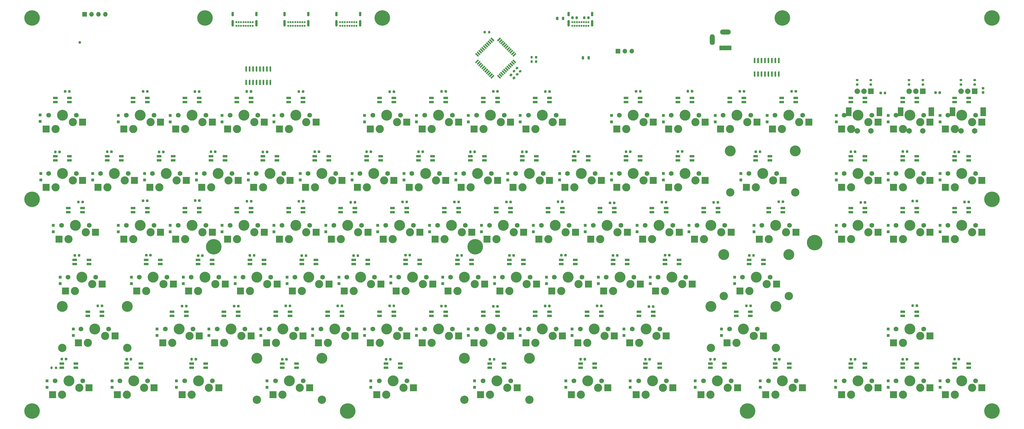
<source format=gbr>
%TF.GenerationSoftware,KiCad,Pcbnew,(5.1.8)-1*%
%TF.CreationDate,2021-09-26T17:56:30+10:00*%
%TF.ProjectId,tkl_keyboard,746b6c5f-6b65-4796-926f-6172642e6b69,rev?*%
%TF.SameCoordinates,Original*%
%TF.FileFunction,Soldermask,Bot*%
%TF.FilePolarity,Negative*%
%FSLAX46Y46*%
G04 Gerber Fmt 4.6, Leading zero omitted, Abs format (unit mm)*
G04 Created by KiCad (PCBNEW (5.1.8)-1) date 2021-09-26 17:56:30*
%MOMM*%
%LPD*%
G01*
G04 APERTURE LIST*
%ADD10R,1.800000X0.820000*%
%ADD11R,1.000000X1.000000*%
%ADD12C,5.700000*%
%ADD13O,1.700000X1.700000*%
%ADD14R,1.700000X1.700000*%
%ADD15R,4.400000X1.800000*%
%ADD16O,4.000000X1.800000*%
%ADD17O,1.800000X4.000000*%
%ADD18O,0.900000X1.700000*%
%ADD19O,0.900000X2.400000*%
%ADD20C,0.700000*%
%ADD21R,2.550000X2.500000*%
%ADD22C,3.000000*%
%ADD23C,1.750000*%
%ADD24C,4.000000*%
%ADD25C,3.050000*%
%ADD26C,2.000000*%
%ADD27R,2.000000X3.200000*%
%ADD28R,2.000000X2.000000*%
%ADD29C,1.000000*%
%ADD30C,0.100000*%
G04 APERTURE END LIST*
D10*
%TO.C,D193*%
X322837500Y-126162500D03*
X322837500Y-124662500D03*
X328037500Y-124662500D03*
X328037500Y-126162500D03*
%TD*%
%TO.C,D191*%
X366137500Y-181812500D03*
X366137500Y-183312500D03*
X360937500Y-183312500D03*
X360937500Y-181812500D03*
%TD*%
%TO.C,D190*%
X360937500Y-126162500D03*
X360937500Y-124662500D03*
X366137500Y-124662500D03*
X366137500Y-126162500D03*
%TD*%
%TO.C,D189*%
X360937500Y-85681250D03*
X360937500Y-84181250D03*
X366137500Y-84181250D03*
X366137500Y-85681250D03*
%TD*%
%TO.C,D188*%
X347087500Y-181812500D03*
X347087500Y-183312500D03*
X341887500Y-183312500D03*
X341887500Y-181812500D03*
%TD*%
%TO.C,D187*%
X341887500Y-164262500D03*
X341887500Y-162762500D03*
X347087500Y-162762500D03*
X347087500Y-164262500D03*
%TD*%
%TO.C,D186*%
X341887500Y-126162500D03*
X341887500Y-124662500D03*
X347087500Y-124662500D03*
X347087500Y-126162500D03*
%TD*%
%TO.C,D185*%
X341887500Y-85681250D03*
X341887500Y-84181250D03*
X347087500Y-84181250D03*
X347087500Y-85681250D03*
%TD*%
%TO.C,D184*%
X328037500Y-181812500D03*
X328037500Y-183312500D03*
X322837500Y-183312500D03*
X322837500Y-181812500D03*
%TD*%
%TO.C,D183*%
X328037500Y-105612500D03*
X328037500Y-107112500D03*
X322837500Y-107112500D03*
X322837500Y-105612500D03*
%TD*%
%TO.C,D182*%
X292675000Y-126162500D03*
X292675000Y-124662500D03*
X297875000Y-124662500D03*
X297875000Y-126162500D03*
%TD*%
%TO.C,D181*%
X322837500Y-85681250D03*
X322837500Y-84181250D03*
X328037500Y-84181250D03*
X328037500Y-85681250D03*
%TD*%
%TO.C,D179*%
X300256250Y-181812500D03*
X300256250Y-183312500D03*
X295056250Y-183312500D03*
X295056250Y-181812500D03*
%TD*%
%TO.C,D178*%
X290731250Y-143712500D03*
X290731250Y-145212500D03*
X285531250Y-145212500D03*
X285531250Y-143712500D03*
%TD*%
%TO.C,D177*%
X280768750Y-164262500D03*
X280768750Y-162762500D03*
X285968750Y-162762500D03*
X285968750Y-164262500D03*
%TD*%
%TO.C,D176*%
X268862500Y-126162500D03*
X268862500Y-124662500D03*
X274062500Y-124662500D03*
X274062500Y-126162500D03*
%TD*%
%TO.C,D175*%
X297437500Y-85681250D03*
X297437500Y-84181250D03*
X302637500Y-84181250D03*
X302637500Y-85681250D03*
%TD*%
%TO.C,D173*%
X276443750Y-181812500D03*
X276443750Y-183312500D03*
X271243750Y-183312500D03*
X271243750Y-181812500D03*
%TD*%
%TO.C,D172*%
X259775000Y-143712500D03*
X259775000Y-145212500D03*
X254575000Y-145212500D03*
X254575000Y-143712500D03*
%TD*%
%TO.C,D171*%
X245487500Y-105612500D03*
X245487500Y-107112500D03*
X240287500Y-107112500D03*
X240287500Y-105612500D03*
%TD*%
%TO.C,D170*%
X245050000Y-164262500D03*
X245050000Y-162762500D03*
X250250000Y-162762500D03*
X250250000Y-164262500D03*
%TD*%
%TO.C,D169*%
X249812500Y-126162500D03*
X249812500Y-124662500D03*
X255012500Y-124662500D03*
X255012500Y-126162500D03*
%TD*%
%TO.C,D168*%
X278387500Y-85681250D03*
X278387500Y-84181250D03*
X283587500Y-84181250D03*
X283587500Y-85681250D03*
%TD*%
%TO.C,D166*%
X252631250Y-181812500D03*
X252631250Y-183312500D03*
X247431250Y-183312500D03*
X247431250Y-181812500D03*
%TD*%
%TO.C,D165*%
X240725000Y-143712500D03*
X240725000Y-145212500D03*
X235525000Y-145212500D03*
X235525000Y-143712500D03*
%TD*%
%TO.C,D164*%
X226437500Y-105612500D03*
X226437500Y-107112500D03*
X221237500Y-107112500D03*
X221237500Y-105612500D03*
%TD*%
%TO.C,D163*%
X226000000Y-164262500D03*
X226000000Y-162762500D03*
X231200000Y-162762500D03*
X231200000Y-164262500D03*
%TD*%
%TO.C,D162*%
X230762500Y-126162500D03*
X230762500Y-124662500D03*
X235962500Y-124662500D03*
X235962500Y-126162500D03*
%TD*%
%TO.C,D161*%
X259337500Y-85681250D03*
X259337500Y-84181250D03*
X264537500Y-84181250D03*
X264537500Y-85681250D03*
%TD*%
%TO.C,D159*%
X228818750Y-181812500D03*
X228818750Y-183312500D03*
X223618750Y-183312500D03*
X223618750Y-181812500D03*
%TD*%
%TO.C,D158*%
X221675000Y-143712500D03*
X221675000Y-145212500D03*
X216475000Y-145212500D03*
X216475000Y-143712500D03*
%TD*%
%TO.C,D157*%
X207387500Y-105612500D03*
X207387500Y-107112500D03*
X202187500Y-107112500D03*
X202187500Y-105612500D03*
%TD*%
%TO.C,D156*%
X206950000Y-164262500D03*
X206950000Y-162762500D03*
X212150000Y-162762500D03*
X212150000Y-164262500D03*
%TD*%
%TO.C,D155*%
X211712500Y-126162500D03*
X211712500Y-124662500D03*
X216912500Y-124662500D03*
X216912500Y-126162500D03*
%TD*%
%TO.C,D154*%
X240287500Y-85681250D03*
X240287500Y-84181250D03*
X245487500Y-84181250D03*
X245487500Y-85681250D03*
%TD*%
%TO.C,D153*%
X195481250Y-181812500D03*
X195481250Y-183312500D03*
X190281250Y-183312500D03*
X190281250Y-181812500D03*
%TD*%
%TO.C,D152*%
X202625000Y-143712500D03*
X202625000Y-145212500D03*
X197425000Y-145212500D03*
X197425000Y-143712500D03*
%TD*%
%TO.C,D151*%
X188337500Y-105612500D03*
X188337500Y-107112500D03*
X183137500Y-107112500D03*
X183137500Y-105612500D03*
%TD*%
%TO.C,D150*%
X187900000Y-164262500D03*
X187900000Y-162762500D03*
X193100000Y-162762500D03*
X193100000Y-164262500D03*
%TD*%
%TO.C,D149*%
X192662500Y-126162500D03*
X192662500Y-124662500D03*
X197862500Y-124662500D03*
X197862500Y-126162500D03*
%TD*%
%TO.C,D148*%
X206950000Y-85681250D03*
X206950000Y-84181250D03*
X212150000Y-84181250D03*
X212150000Y-85681250D03*
%TD*%
%TO.C,D147*%
X183575000Y-143712500D03*
X183575000Y-145212500D03*
X178375000Y-145212500D03*
X178375000Y-143712500D03*
%TD*%
%TO.C,D146*%
X169287500Y-105612500D03*
X169287500Y-107112500D03*
X164087500Y-107112500D03*
X164087500Y-105612500D03*
%TD*%
%TO.C,D145*%
X168850000Y-164262500D03*
X168850000Y-162762500D03*
X174050000Y-162762500D03*
X174050000Y-164262500D03*
%TD*%
%TO.C,D144*%
X173612500Y-126162500D03*
X173612500Y-124662500D03*
X178812500Y-124662500D03*
X178812500Y-126162500D03*
%TD*%
%TO.C,D143*%
X187900000Y-85681250D03*
X187900000Y-84181250D03*
X193100000Y-84181250D03*
X193100000Y-85681250D03*
%TD*%
%TO.C,D142*%
X157381250Y-181812500D03*
X157381250Y-183312500D03*
X152181250Y-183312500D03*
X152181250Y-181812500D03*
%TD*%
%TO.C,D141*%
X164525000Y-143712500D03*
X164525000Y-145212500D03*
X159325000Y-145212500D03*
X159325000Y-143712500D03*
%TD*%
%TO.C,D140*%
X150237500Y-105612500D03*
X150237500Y-107112500D03*
X145037500Y-107112500D03*
X145037500Y-105612500D03*
%TD*%
%TO.C,D139*%
X149800000Y-164262500D03*
X149800000Y-162762500D03*
X155000000Y-162762500D03*
X155000000Y-164262500D03*
%TD*%
%TO.C,D138*%
X154562500Y-126162500D03*
X154562500Y-124662500D03*
X159762500Y-124662500D03*
X159762500Y-126162500D03*
%TD*%
%TO.C,D137*%
X168850000Y-85681250D03*
X168850000Y-84181250D03*
X174050000Y-84181250D03*
X174050000Y-85681250D03*
%TD*%
%TO.C,D136*%
X145475000Y-143712500D03*
X145475000Y-145212500D03*
X140275000Y-145212500D03*
X140275000Y-143712500D03*
%TD*%
%TO.C,D135*%
X131187500Y-105612500D03*
X131187500Y-107112500D03*
X125987500Y-107112500D03*
X125987500Y-105612500D03*
%TD*%
%TO.C,D134*%
X130750000Y-164262500D03*
X130750000Y-162762500D03*
X135950000Y-162762500D03*
X135950000Y-164262500D03*
%TD*%
%TO.C,D133*%
X135512500Y-126162500D03*
X135512500Y-124662500D03*
X140712500Y-124662500D03*
X140712500Y-126162500D03*
%TD*%
%TO.C,D132*%
X149800000Y-85681250D03*
X149800000Y-84181250D03*
X155000000Y-84181250D03*
X155000000Y-85681250D03*
%TD*%
%TO.C,D131*%
X119281250Y-181812500D03*
X119281250Y-183312500D03*
X114081250Y-183312500D03*
X114081250Y-181812500D03*
%TD*%
%TO.C,D130*%
X126425000Y-143712500D03*
X126425000Y-145212500D03*
X121225000Y-145212500D03*
X121225000Y-143712500D03*
%TD*%
%TO.C,D129*%
X112137500Y-105612500D03*
X112137500Y-107112500D03*
X106937500Y-107112500D03*
X106937500Y-105612500D03*
%TD*%
%TO.C,D128*%
X111700000Y-164262500D03*
X111700000Y-162762500D03*
X116900000Y-162762500D03*
X116900000Y-164262500D03*
%TD*%
%TO.C,D127*%
X116462500Y-126162500D03*
X116462500Y-124662500D03*
X121662500Y-124662500D03*
X121662500Y-126162500D03*
%TD*%
%TO.C,D126*%
X116462500Y-85681250D03*
X116462500Y-84181250D03*
X121662500Y-84181250D03*
X121662500Y-85681250D03*
%TD*%
%TO.C,D125*%
X107375000Y-143712500D03*
X107375000Y-145212500D03*
X102175000Y-145212500D03*
X102175000Y-143712500D03*
%TD*%
%TO.C,D124*%
X93087500Y-105612500D03*
X93087500Y-107112500D03*
X87887500Y-107112500D03*
X87887500Y-105612500D03*
%TD*%
%TO.C,D123*%
X92650000Y-164262500D03*
X92650000Y-162762500D03*
X97850000Y-162762500D03*
X97850000Y-164262500D03*
%TD*%
%TO.C,D122*%
X97412500Y-126162500D03*
X97412500Y-124662500D03*
X102612500Y-124662500D03*
X102612500Y-126162500D03*
%TD*%
%TO.C,D121*%
X85943750Y-181812500D03*
X85943750Y-183312500D03*
X80743750Y-183312500D03*
X80743750Y-181812500D03*
%TD*%
%TO.C,D120*%
X88325000Y-143712500D03*
X88325000Y-145212500D03*
X83125000Y-145212500D03*
X83125000Y-143712500D03*
%TD*%
%TO.C,D27*%
X74037500Y-105612500D03*
X74037500Y-107112500D03*
X68837500Y-107112500D03*
X68837500Y-105612500D03*
%TD*%
%TO.C,D26*%
X366137500Y-105612500D03*
X366137500Y-107112500D03*
X360937500Y-107112500D03*
X360937500Y-105612500D03*
%TD*%
%TO.C,D25*%
X73600000Y-164262500D03*
X73600000Y-162762500D03*
X78800000Y-162762500D03*
X78800000Y-164262500D03*
%TD*%
%TO.C,D24*%
X78362500Y-126162500D03*
X78362500Y-124662500D03*
X83562500Y-124662500D03*
X83562500Y-126162500D03*
%TD*%
%TO.C,D23*%
X97412500Y-85681250D03*
X97412500Y-84181250D03*
X102612500Y-84181250D03*
X102612500Y-85681250D03*
%TD*%
%TO.C,D20*%
X69275000Y-143712500D03*
X69275000Y-145212500D03*
X64075000Y-145212500D03*
X64075000Y-143712500D03*
%TD*%
%TO.C,D19*%
X347087500Y-105612500D03*
X347087500Y-107112500D03*
X341887500Y-107112500D03*
X341887500Y-105612500D03*
%TD*%
%TO.C,D18*%
X54987500Y-105612500D03*
X54987500Y-107112500D03*
X49787500Y-107112500D03*
X49787500Y-105612500D03*
%TD*%
%TO.C,D17*%
X62131250Y-181812500D03*
X62131250Y-183312500D03*
X56931250Y-183312500D03*
X56931250Y-181812500D03*
%TD*%
%TO.C,D16*%
X78362500Y-85681250D03*
X78362500Y-84181250D03*
X83562500Y-84181250D03*
X83562500Y-85681250D03*
%TD*%
%TO.C,D13*%
X59312500Y-126162500D03*
X59312500Y-124662500D03*
X64512500Y-124662500D03*
X64512500Y-126162500D03*
%TD*%
%TO.C,D12*%
X293112500Y-105612500D03*
X293112500Y-107112500D03*
X287912500Y-107112500D03*
X287912500Y-105612500D03*
%TD*%
%TO.C,D11*%
X38318750Y-181812500D03*
X38318750Y-183312500D03*
X33118750Y-183312500D03*
X33118750Y-181812500D03*
%TD*%
%TO.C,D10*%
X43081250Y-143712500D03*
X43081250Y-145212500D03*
X37881250Y-145212500D03*
X37881250Y-143712500D03*
%TD*%
%TO.C,D9*%
X59312500Y-85681250D03*
X59312500Y-84181250D03*
X64512500Y-84181250D03*
X64512500Y-85681250D03*
%TD*%
%TO.C,D7*%
X35937500Y-105612500D03*
X35937500Y-107112500D03*
X30737500Y-107112500D03*
X30737500Y-105612500D03*
%TD*%
%TO.C,D6*%
X264537500Y-105612500D03*
X264537500Y-107112500D03*
X259337500Y-107112500D03*
X259337500Y-105612500D03*
%TD*%
%TO.C,D5*%
X42643750Y-164262500D03*
X42643750Y-162762500D03*
X47843750Y-162762500D03*
X47843750Y-164262500D03*
%TD*%
%TO.C,D4*%
X35500000Y-126162500D03*
X35500000Y-124662500D03*
X40700000Y-124662500D03*
X40700000Y-126162500D03*
%TD*%
%TO.C,D3*%
X30737500Y-85681250D03*
X30737500Y-84181250D03*
X35937500Y-84181250D03*
X35937500Y-85681250D03*
%TD*%
%TO.C,R7*%
G36*
G01*
X206883320Y-71110520D02*
X206883320Y-70560520D01*
G75*
G02*
X207083320Y-70360520I200000J0D01*
G01*
X207483320Y-70360520D01*
G75*
G02*
X207683320Y-70560520I0J-200000D01*
G01*
X207683320Y-71110520D01*
G75*
G02*
X207483320Y-71310520I-200000J0D01*
G01*
X207083320Y-71310520D01*
G75*
G02*
X206883320Y-71110520I0J200000D01*
G01*
G37*
G36*
G01*
X205233320Y-71110520D02*
X205233320Y-70560520D01*
G75*
G02*
X205433320Y-70360520I200000J0D01*
G01*
X205833320Y-70360520D01*
G75*
G02*
X206033320Y-70560520I0J-200000D01*
G01*
X206033320Y-71110520D01*
G75*
G02*
X205833320Y-71310520I-200000J0D01*
G01*
X205433320Y-71310520D01*
G75*
G02*
X205233320Y-71110520I0J200000D01*
G01*
G37*
%TD*%
%TO.C,R4*%
G36*
G01*
X206878240Y-69495080D02*
X206878240Y-68945080D01*
G75*
G02*
X207078240Y-68745080I200000J0D01*
G01*
X207478240Y-68745080D01*
G75*
G02*
X207678240Y-68945080I0J-200000D01*
G01*
X207678240Y-69495080D01*
G75*
G02*
X207478240Y-69695080I-200000J0D01*
G01*
X207078240Y-69695080D01*
G75*
G02*
X206878240Y-69495080I0J200000D01*
G01*
G37*
G36*
G01*
X205228240Y-69495080D02*
X205228240Y-68945080D01*
G75*
G02*
X205428240Y-68745080I200000J0D01*
G01*
X205828240Y-68745080D01*
G75*
G02*
X206028240Y-68945080I0J-200000D01*
G01*
X206028240Y-69495080D01*
G75*
G02*
X205828240Y-69695080I-200000J0D01*
G01*
X205428240Y-69695080D01*
G75*
G02*
X205228240Y-69495080I0J200000D01*
G01*
G37*
%TD*%
D11*
%TO.C,D35*%
X32512000Y-152400000D03*
X32512000Y-150000000D03*
%TD*%
%TO.C,U8*%
G36*
G01*
X287378000Y-74398000D02*
X287678000Y-74398000D01*
G75*
G02*
X287828000Y-74548000I0J-150000D01*
G01*
X287828000Y-76198000D01*
G75*
G02*
X287678000Y-76348000I-150000J0D01*
G01*
X287378000Y-76348000D01*
G75*
G02*
X287228000Y-76198000I0J150000D01*
G01*
X287228000Y-74548000D01*
G75*
G02*
X287378000Y-74398000I150000J0D01*
G01*
G37*
G36*
G01*
X288648000Y-74398000D02*
X288948000Y-74398000D01*
G75*
G02*
X289098000Y-74548000I0J-150000D01*
G01*
X289098000Y-76198000D01*
G75*
G02*
X288948000Y-76348000I-150000J0D01*
G01*
X288648000Y-76348000D01*
G75*
G02*
X288498000Y-76198000I0J150000D01*
G01*
X288498000Y-74548000D01*
G75*
G02*
X288648000Y-74398000I150000J0D01*
G01*
G37*
G36*
G01*
X289918000Y-74398000D02*
X290218000Y-74398000D01*
G75*
G02*
X290368000Y-74548000I0J-150000D01*
G01*
X290368000Y-76198000D01*
G75*
G02*
X290218000Y-76348000I-150000J0D01*
G01*
X289918000Y-76348000D01*
G75*
G02*
X289768000Y-76198000I0J150000D01*
G01*
X289768000Y-74548000D01*
G75*
G02*
X289918000Y-74398000I150000J0D01*
G01*
G37*
G36*
G01*
X291188000Y-74398000D02*
X291488000Y-74398000D01*
G75*
G02*
X291638000Y-74548000I0J-150000D01*
G01*
X291638000Y-76198000D01*
G75*
G02*
X291488000Y-76348000I-150000J0D01*
G01*
X291188000Y-76348000D01*
G75*
G02*
X291038000Y-76198000I0J150000D01*
G01*
X291038000Y-74548000D01*
G75*
G02*
X291188000Y-74398000I150000J0D01*
G01*
G37*
G36*
G01*
X292458000Y-74398000D02*
X292758000Y-74398000D01*
G75*
G02*
X292908000Y-74548000I0J-150000D01*
G01*
X292908000Y-76198000D01*
G75*
G02*
X292758000Y-76348000I-150000J0D01*
G01*
X292458000Y-76348000D01*
G75*
G02*
X292308000Y-76198000I0J150000D01*
G01*
X292308000Y-74548000D01*
G75*
G02*
X292458000Y-74398000I150000J0D01*
G01*
G37*
G36*
G01*
X293728000Y-74398000D02*
X294028000Y-74398000D01*
G75*
G02*
X294178000Y-74548000I0J-150000D01*
G01*
X294178000Y-76198000D01*
G75*
G02*
X294028000Y-76348000I-150000J0D01*
G01*
X293728000Y-76348000D01*
G75*
G02*
X293578000Y-76198000I0J150000D01*
G01*
X293578000Y-74548000D01*
G75*
G02*
X293728000Y-74398000I150000J0D01*
G01*
G37*
G36*
G01*
X294998000Y-74398000D02*
X295298000Y-74398000D01*
G75*
G02*
X295448000Y-74548000I0J-150000D01*
G01*
X295448000Y-76198000D01*
G75*
G02*
X295298000Y-76348000I-150000J0D01*
G01*
X294998000Y-76348000D01*
G75*
G02*
X294848000Y-76198000I0J150000D01*
G01*
X294848000Y-74548000D01*
G75*
G02*
X294998000Y-74398000I150000J0D01*
G01*
G37*
G36*
G01*
X296268000Y-74398000D02*
X296568000Y-74398000D01*
G75*
G02*
X296718000Y-74548000I0J-150000D01*
G01*
X296718000Y-76198000D01*
G75*
G02*
X296568000Y-76348000I-150000J0D01*
G01*
X296268000Y-76348000D01*
G75*
G02*
X296118000Y-76198000I0J150000D01*
G01*
X296118000Y-74548000D01*
G75*
G02*
X296268000Y-74398000I150000J0D01*
G01*
G37*
G36*
G01*
X296268000Y-69448000D02*
X296568000Y-69448000D01*
G75*
G02*
X296718000Y-69598000I0J-150000D01*
G01*
X296718000Y-71248000D01*
G75*
G02*
X296568000Y-71398000I-150000J0D01*
G01*
X296268000Y-71398000D01*
G75*
G02*
X296118000Y-71248000I0J150000D01*
G01*
X296118000Y-69598000D01*
G75*
G02*
X296268000Y-69448000I150000J0D01*
G01*
G37*
G36*
G01*
X294998000Y-69448000D02*
X295298000Y-69448000D01*
G75*
G02*
X295448000Y-69598000I0J-150000D01*
G01*
X295448000Y-71248000D01*
G75*
G02*
X295298000Y-71398000I-150000J0D01*
G01*
X294998000Y-71398000D01*
G75*
G02*
X294848000Y-71248000I0J150000D01*
G01*
X294848000Y-69598000D01*
G75*
G02*
X294998000Y-69448000I150000J0D01*
G01*
G37*
G36*
G01*
X293728000Y-69448000D02*
X294028000Y-69448000D01*
G75*
G02*
X294178000Y-69598000I0J-150000D01*
G01*
X294178000Y-71248000D01*
G75*
G02*
X294028000Y-71398000I-150000J0D01*
G01*
X293728000Y-71398000D01*
G75*
G02*
X293578000Y-71248000I0J150000D01*
G01*
X293578000Y-69598000D01*
G75*
G02*
X293728000Y-69448000I150000J0D01*
G01*
G37*
G36*
G01*
X292458000Y-69448000D02*
X292758000Y-69448000D01*
G75*
G02*
X292908000Y-69598000I0J-150000D01*
G01*
X292908000Y-71248000D01*
G75*
G02*
X292758000Y-71398000I-150000J0D01*
G01*
X292458000Y-71398000D01*
G75*
G02*
X292308000Y-71248000I0J150000D01*
G01*
X292308000Y-69598000D01*
G75*
G02*
X292458000Y-69448000I150000J0D01*
G01*
G37*
G36*
G01*
X291188000Y-69448000D02*
X291488000Y-69448000D01*
G75*
G02*
X291638000Y-69598000I0J-150000D01*
G01*
X291638000Y-71248000D01*
G75*
G02*
X291488000Y-71398000I-150000J0D01*
G01*
X291188000Y-71398000D01*
G75*
G02*
X291038000Y-71248000I0J150000D01*
G01*
X291038000Y-69598000D01*
G75*
G02*
X291188000Y-69448000I150000J0D01*
G01*
G37*
G36*
G01*
X289918000Y-69448000D02*
X290218000Y-69448000D01*
G75*
G02*
X290368000Y-69598000I0J-150000D01*
G01*
X290368000Y-71248000D01*
G75*
G02*
X290218000Y-71398000I-150000J0D01*
G01*
X289918000Y-71398000D01*
G75*
G02*
X289768000Y-71248000I0J150000D01*
G01*
X289768000Y-69598000D01*
G75*
G02*
X289918000Y-69448000I150000J0D01*
G01*
G37*
G36*
G01*
X288648000Y-69448000D02*
X288948000Y-69448000D01*
G75*
G02*
X289098000Y-69598000I0J-150000D01*
G01*
X289098000Y-71248000D01*
G75*
G02*
X288948000Y-71398000I-150000J0D01*
G01*
X288648000Y-71398000D01*
G75*
G02*
X288498000Y-71248000I0J150000D01*
G01*
X288498000Y-69598000D01*
G75*
G02*
X288648000Y-69448000I150000J0D01*
G01*
G37*
G36*
G01*
X287378000Y-69448000D02*
X287678000Y-69448000D01*
G75*
G02*
X287828000Y-69598000I0J-150000D01*
G01*
X287828000Y-71248000D01*
G75*
G02*
X287678000Y-71398000I-150000J0D01*
G01*
X287378000Y-71398000D01*
G75*
G02*
X287228000Y-71248000I0J150000D01*
G01*
X287228000Y-69598000D01*
G75*
G02*
X287378000Y-69448000I150000J0D01*
G01*
G37*
%TD*%
%TO.C,U7*%
G36*
G01*
X100688000Y-77496800D02*
X100988000Y-77496800D01*
G75*
G02*
X101138000Y-77646800I0J-150000D01*
G01*
X101138000Y-79296800D01*
G75*
G02*
X100988000Y-79446800I-150000J0D01*
G01*
X100688000Y-79446800D01*
G75*
G02*
X100538000Y-79296800I0J150000D01*
G01*
X100538000Y-77646800D01*
G75*
G02*
X100688000Y-77496800I150000J0D01*
G01*
G37*
G36*
G01*
X101958000Y-77496800D02*
X102258000Y-77496800D01*
G75*
G02*
X102408000Y-77646800I0J-150000D01*
G01*
X102408000Y-79296800D01*
G75*
G02*
X102258000Y-79446800I-150000J0D01*
G01*
X101958000Y-79446800D01*
G75*
G02*
X101808000Y-79296800I0J150000D01*
G01*
X101808000Y-77646800D01*
G75*
G02*
X101958000Y-77496800I150000J0D01*
G01*
G37*
G36*
G01*
X103228000Y-77496800D02*
X103528000Y-77496800D01*
G75*
G02*
X103678000Y-77646800I0J-150000D01*
G01*
X103678000Y-79296800D01*
G75*
G02*
X103528000Y-79446800I-150000J0D01*
G01*
X103228000Y-79446800D01*
G75*
G02*
X103078000Y-79296800I0J150000D01*
G01*
X103078000Y-77646800D01*
G75*
G02*
X103228000Y-77496800I150000J0D01*
G01*
G37*
G36*
G01*
X104498000Y-77496800D02*
X104798000Y-77496800D01*
G75*
G02*
X104948000Y-77646800I0J-150000D01*
G01*
X104948000Y-79296800D01*
G75*
G02*
X104798000Y-79446800I-150000J0D01*
G01*
X104498000Y-79446800D01*
G75*
G02*
X104348000Y-79296800I0J150000D01*
G01*
X104348000Y-77646800D01*
G75*
G02*
X104498000Y-77496800I150000J0D01*
G01*
G37*
G36*
G01*
X105768000Y-77496800D02*
X106068000Y-77496800D01*
G75*
G02*
X106218000Y-77646800I0J-150000D01*
G01*
X106218000Y-79296800D01*
G75*
G02*
X106068000Y-79446800I-150000J0D01*
G01*
X105768000Y-79446800D01*
G75*
G02*
X105618000Y-79296800I0J150000D01*
G01*
X105618000Y-77646800D01*
G75*
G02*
X105768000Y-77496800I150000J0D01*
G01*
G37*
G36*
G01*
X107038000Y-77496800D02*
X107338000Y-77496800D01*
G75*
G02*
X107488000Y-77646800I0J-150000D01*
G01*
X107488000Y-79296800D01*
G75*
G02*
X107338000Y-79446800I-150000J0D01*
G01*
X107038000Y-79446800D01*
G75*
G02*
X106888000Y-79296800I0J150000D01*
G01*
X106888000Y-77646800D01*
G75*
G02*
X107038000Y-77496800I150000J0D01*
G01*
G37*
G36*
G01*
X108308000Y-77496800D02*
X108608000Y-77496800D01*
G75*
G02*
X108758000Y-77646800I0J-150000D01*
G01*
X108758000Y-79296800D01*
G75*
G02*
X108608000Y-79446800I-150000J0D01*
G01*
X108308000Y-79446800D01*
G75*
G02*
X108158000Y-79296800I0J150000D01*
G01*
X108158000Y-77646800D01*
G75*
G02*
X108308000Y-77496800I150000J0D01*
G01*
G37*
G36*
G01*
X109578000Y-77496800D02*
X109878000Y-77496800D01*
G75*
G02*
X110028000Y-77646800I0J-150000D01*
G01*
X110028000Y-79296800D01*
G75*
G02*
X109878000Y-79446800I-150000J0D01*
G01*
X109578000Y-79446800D01*
G75*
G02*
X109428000Y-79296800I0J150000D01*
G01*
X109428000Y-77646800D01*
G75*
G02*
X109578000Y-77496800I150000J0D01*
G01*
G37*
G36*
G01*
X109578000Y-72546800D02*
X109878000Y-72546800D01*
G75*
G02*
X110028000Y-72696800I0J-150000D01*
G01*
X110028000Y-74346800D01*
G75*
G02*
X109878000Y-74496800I-150000J0D01*
G01*
X109578000Y-74496800D01*
G75*
G02*
X109428000Y-74346800I0J150000D01*
G01*
X109428000Y-72696800D01*
G75*
G02*
X109578000Y-72546800I150000J0D01*
G01*
G37*
G36*
G01*
X108308000Y-72546800D02*
X108608000Y-72546800D01*
G75*
G02*
X108758000Y-72696800I0J-150000D01*
G01*
X108758000Y-74346800D01*
G75*
G02*
X108608000Y-74496800I-150000J0D01*
G01*
X108308000Y-74496800D01*
G75*
G02*
X108158000Y-74346800I0J150000D01*
G01*
X108158000Y-72696800D01*
G75*
G02*
X108308000Y-72546800I150000J0D01*
G01*
G37*
G36*
G01*
X107038000Y-72546800D02*
X107338000Y-72546800D01*
G75*
G02*
X107488000Y-72696800I0J-150000D01*
G01*
X107488000Y-74346800D01*
G75*
G02*
X107338000Y-74496800I-150000J0D01*
G01*
X107038000Y-74496800D01*
G75*
G02*
X106888000Y-74346800I0J150000D01*
G01*
X106888000Y-72696800D01*
G75*
G02*
X107038000Y-72546800I150000J0D01*
G01*
G37*
G36*
G01*
X105768000Y-72546800D02*
X106068000Y-72546800D01*
G75*
G02*
X106218000Y-72696800I0J-150000D01*
G01*
X106218000Y-74346800D01*
G75*
G02*
X106068000Y-74496800I-150000J0D01*
G01*
X105768000Y-74496800D01*
G75*
G02*
X105618000Y-74346800I0J150000D01*
G01*
X105618000Y-72696800D01*
G75*
G02*
X105768000Y-72546800I150000J0D01*
G01*
G37*
G36*
G01*
X104498000Y-72546800D02*
X104798000Y-72546800D01*
G75*
G02*
X104948000Y-72696800I0J-150000D01*
G01*
X104948000Y-74346800D01*
G75*
G02*
X104798000Y-74496800I-150000J0D01*
G01*
X104498000Y-74496800D01*
G75*
G02*
X104348000Y-74346800I0J150000D01*
G01*
X104348000Y-72696800D01*
G75*
G02*
X104498000Y-72546800I150000J0D01*
G01*
G37*
G36*
G01*
X103228000Y-72546800D02*
X103528000Y-72546800D01*
G75*
G02*
X103678000Y-72696800I0J-150000D01*
G01*
X103678000Y-74346800D01*
G75*
G02*
X103528000Y-74496800I-150000J0D01*
G01*
X103228000Y-74496800D01*
G75*
G02*
X103078000Y-74346800I0J150000D01*
G01*
X103078000Y-72696800D01*
G75*
G02*
X103228000Y-72546800I150000J0D01*
G01*
G37*
G36*
G01*
X101958000Y-72546800D02*
X102258000Y-72546800D01*
G75*
G02*
X102408000Y-72696800I0J-150000D01*
G01*
X102408000Y-74346800D01*
G75*
G02*
X102258000Y-74496800I-150000J0D01*
G01*
X101958000Y-74496800D01*
G75*
G02*
X101808000Y-74346800I0J150000D01*
G01*
X101808000Y-72696800D01*
G75*
G02*
X101958000Y-72546800I150000J0D01*
G01*
G37*
G36*
G01*
X100688000Y-72546800D02*
X100988000Y-72546800D01*
G75*
G02*
X101138000Y-72696800I0J-150000D01*
G01*
X101138000Y-74346800D01*
G75*
G02*
X100988000Y-74496800I-150000J0D01*
G01*
X100688000Y-74496800D01*
G75*
G02*
X100538000Y-74346800I0J150000D01*
G01*
X100538000Y-72696800D01*
G75*
G02*
X100688000Y-72546800I150000J0D01*
G01*
G37*
%TD*%
D12*
%TO.C,H14*%
X150812500Y-54768750D03*
%TD*%
%TO.C,H13*%
X85725000Y-54768750D03*
%TD*%
%TO.C,C43*%
G36*
G01*
X198630233Y-76695187D02*
X198983787Y-76341633D01*
G75*
G02*
X199301985Y-76341633I159099J-159099D01*
G01*
X199620183Y-76659831D01*
G75*
G02*
X199620183Y-76978029I-159099J-159099D01*
G01*
X199266629Y-77331583D01*
G75*
G02*
X198948431Y-77331583I-159099J159099D01*
G01*
X198630233Y-77013385D01*
G75*
G02*
X198630233Y-76695187I159099J159099D01*
G01*
G37*
G36*
G01*
X197534217Y-75599171D02*
X197887771Y-75245617D01*
G75*
G02*
X198205969Y-75245617I159099J-159099D01*
G01*
X198524167Y-75563815D01*
G75*
G02*
X198524167Y-75882013I-159099J-159099D01*
G01*
X198170613Y-76235567D01*
G75*
G02*
X197852415Y-76235567I-159099J159099D01*
G01*
X197534217Y-75917369D01*
G75*
G02*
X197534217Y-75599171I159099J159099D01*
G01*
G37*
%TD*%
%TO.C,R23*%
G36*
G01*
X188791800Y-59745200D02*
X188791800Y-60295200D01*
G75*
G02*
X188591800Y-60495200I-200000J0D01*
G01*
X188191800Y-60495200D01*
G75*
G02*
X187991800Y-60295200I0J200000D01*
G01*
X187991800Y-59745200D01*
G75*
G02*
X188191800Y-59545200I200000J0D01*
G01*
X188591800Y-59545200D01*
G75*
G02*
X188791800Y-59745200I0J-200000D01*
G01*
G37*
G36*
G01*
X190441800Y-59745200D02*
X190441800Y-60295200D01*
G75*
G02*
X190241800Y-60495200I-200000J0D01*
G01*
X189841800Y-60495200D01*
G75*
G02*
X189641800Y-60295200I0J200000D01*
G01*
X189641800Y-59745200D01*
G75*
G02*
X189841800Y-59545200I200000J0D01*
G01*
X190241800Y-59545200D01*
G75*
G02*
X190441800Y-59745200I0J-200000D01*
G01*
G37*
%TD*%
D13*
%TO.C,J8*%
X242402360Y-67020440D03*
X239862360Y-67020440D03*
D14*
X237322360Y-67020440D03*
%TD*%
D15*
%TO.C,J7*%
X276763480Y-65780920D03*
D16*
X276763480Y-59980920D03*
D17*
X271963480Y-62780920D03*
%TD*%
D12*
%TO.C,H12*%
X284937200Y-199231250D03*
%TD*%
%TO.C,H11*%
X374650000Y-121443750D03*
%TD*%
%TO.C,H10*%
X138112500Y-199231250D03*
%TD*%
%TO.C,H9*%
X22225000Y-121443750D03*
%TD*%
%TO.C,H8*%
X309562500Y-137318750D03*
%TD*%
%TO.C,H7*%
X184943750Y-138906250D03*
%TD*%
%TO.C,H6*%
X297656250Y-54768750D03*
%TD*%
%TO.C,H5*%
X88900000Y-138906250D03*
%TD*%
D13*
%TO.C,J6*%
X44002960Y-53467000D03*
D14*
X41462960Y-53467000D03*
D13*
X49082960Y-53467000D03*
X46542960Y-53467000D03*
%TD*%
D18*
%TO.C,J2*%
X133987500Y-53329750D03*
X142637500Y-53329750D03*
D19*
X133987500Y-56709750D03*
X142637500Y-56709750D03*
D20*
X137887500Y-56339750D03*
X135337500Y-56339750D03*
X136187500Y-56339750D03*
X137037500Y-56339750D03*
X141287500Y-56339750D03*
X139587500Y-56339750D03*
X138737500Y-56339750D03*
X140437500Y-56339750D03*
X135337500Y-57689750D03*
X136187500Y-57689750D03*
X137037500Y-57689750D03*
X137887500Y-57689750D03*
X138737500Y-57689750D03*
X139587500Y-57689750D03*
X140437500Y-57689750D03*
X141287500Y-57689750D03*
%TD*%
%TO.C,R35*%
G36*
G01*
X329904680Y-77198000D02*
X330454680Y-77198000D01*
G75*
G02*
X330654680Y-77398000I0J-200000D01*
G01*
X330654680Y-77798000D01*
G75*
G02*
X330454680Y-77998000I-200000J0D01*
G01*
X329904680Y-77998000D01*
G75*
G02*
X329704680Y-77798000I0J200000D01*
G01*
X329704680Y-77398000D01*
G75*
G02*
X329904680Y-77198000I200000J0D01*
G01*
G37*
G36*
G01*
X329904680Y-78848000D02*
X330454680Y-78848000D01*
G75*
G02*
X330654680Y-79048000I0J-200000D01*
G01*
X330654680Y-79448000D01*
G75*
G02*
X330454680Y-79648000I-200000J0D01*
G01*
X329904680Y-79648000D01*
G75*
G02*
X329704680Y-79448000I0J200000D01*
G01*
X329704680Y-79048000D01*
G75*
G02*
X329904680Y-78848000I200000J0D01*
G01*
G37*
%TD*%
%TO.C,C60*%
G36*
G01*
X345991000Y-160252600D02*
X345991000Y-160752600D01*
G75*
G02*
X345766000Y-160977600I-225000J0D01*
G01*
X345316000Y-160977600D01*
G75*
G02*
X345091000Y-160752600I0J225000D01*
G01*
X345091000Y-160252600D01*
G75*
G02*
X345316000Y-160027600I225000J0D01*
G01*
X345766000Y-160027600D01*
G75*
G02*
X345991000Y-160252600I0J-225000D01*
G01*
G37*
G36*
G01*
X347541000Y-160252600D02*
X347541000Y-160752600D01*
G75*
G02*
X347316000Y-160977600I-225000J0D01*
G01*
X346866000Y-160977600D01*
G75*
G02*
X346641000Y-160752600I0J225000D01*
G01*
X346641000Y-160252600D01*
G75*
G02*
X346866000Y-160027600I225000J0D01*
G01*
X347316000Y-160027600D01*
G75*
G02*
X347541000Y-160252600I0J-225000D01*
G01*
G37*
%TD*%
D21*
%TO.C,SW93*%
X319422500Y-136048750D03*
X332847500Y-133508750D03*
D22*
X322897500Y-136048750D03*
X329247500Y-133508750D03*
D23*
X320357500Y-130968750D03*
X330517500Y-130968750D03*
D24*
X325437500Y-130968750D03*
%TD*%
D25*
%TO.C,SW74*%
X271430750Y-176068750D03*
D24*
X271430750Y-160828750D03*
X295306750Y-160828750D03*
D25*
X295306750Y-176068750D03*
D21*
X277353750Y-174148750D03*
X290778750Y-171608750D03*
D22*
X280828750Y-174148750D03*
X287178750Y-171608750D03*
D23*
X278288750Y-169068750D03*
X288448750Y-169068750D03*
D24*
X283368750Y-169068750D03*
%TD*%
D11*
%TO.C,D192*%
X317500000Y-130950000D03*
X317500000Y-133350000D03*
%TD*%
%TO.C,C1*%
G36*
G01*
X221059160Y-54451440D02*
X221059160Y-54951440D01*
G75*
G02*
X220834160Y-55176440I-225000J0D01*
G01*
X220384160Y-55176440D01*
G75*
G02*
X220159160Y-54951440I0J225000D01*
G01*
X220159160Y-54451440D01*
G75*
G02*
X220384160Y-54226440I225000J0D01*
G01*
X220834160Y-54226440D01*
G75*
G02*
X221059160Y-54451440I0J-225000D01*
G01*
G37*
G36*
G01*
X222609160Y-54451440D02*
X222609160Y-54951440D01*
G75*
G02*
X222384160Y-55176440I-225000J0D01*
G01*
X221934160Y-55176440D01*
G75*
G02*
X221709160Y-54951440I0J225000D01*
G01*
X221709160Y-54451440D01*
G75*
G02*
X221934160Y-54226440I225000J0D01*
G01*
X222384160Y-54226440D01*
G75*
G02*
X222609160Y-54451440I0J-225000D01*
G01*
G37*
%TD*%
%TO.C,C2*%
G36*
G01*
X224501960Y-54951440D02*
X224501960Y-54451440D01*
G75*
G02*
X224726960Y-54226440I225000J0D01*
G01*
X225176960Y-54226440D01*
G75*
G02*
X225401960Y-54451440I0J-225000D01*
G01*
X225401960Y-54951440D01*
G75*
G02*
X225176960Y-55176440I-225000J0D01*
G01*
X224726960Y-55176440D01*
G75*
G02*
X224501960Y-54951440I0J225000D01*
G01*
G37*
G36*
G01*
X226051960Y-54951440D02*
X226051960Y-54451440D01*
G75*
G02*
X226276960Y-54226440I225000J0D01*
G01*
X226726960Y-54226440D01*
G75*
G02*
X226951960Y-54451440I0J-225000D01*
G01*
X226951960Y-54951440D01*
G75*
G02*
X226726960Y-55176440I-225000J0D01*
G01*
X226276960Y-55176440D01*
G75*
G02*
X226051960Y-54951440I0J225000D01*
G01*
G37*
%TD*%
%TO.C,C9*%
G36*
G01*
X113621400Y-180488400D02*
X113621400Y-179988400D01*
G75*
G02*
X113846400Y-179763400I225000J0D01*
G01*
X114296400Y-179763400D01*
G75*
G02*
X114521400Y-179988400I0J-225000D01*
G01*
X114521400Y-180488400D01*
G75*
G02*
X114296400Y-180713400I-225000J0D01*
G01*
X113846400Y-180713400D01*
G75*
G02*
X113621400Y-180488400I0J225000D01*
G01*
G37*
G36*
G01*
X115171400Y-180488400D02*
X115171400Y-179988400D01*
G75*
G02*
X115396400Y-179763400I225000J0D01*
G01*
X115846400Y-179763400D01*
G75*
G02*
X116071400Y-179988400I0J-225000D01*
G01*
X116071400Y-180488400D01*
G75*
G02*
X115846400Y-180713400I-225000J0D01*
G01*
X115396400Y-180713400D01*
G75*
G02*
X115171400Y-180488400I0J225000D01*
G01*
G37*
%TD*%
%TO.C,C10*%
G36*
G01*
X235071500Y-142299500D02*
X235071500Y-141799500D01*
G75*
G02*
X235296500Y-141574500I225000J0D01*
G01*
X235746500Y-141574500D01*
G75*
G02*
X235971500Y-141799500I0J-225000D01*
G01*
X235971500Y-142299500D01*
G75*
G02*
X235746500Y-142524500I-225000J0D01*
G01*
X235296500Y-142524500D01*
G75*
G02*
X235071500Y-142299500I0J225000D01*
G01*
G37*
G36*
G01*
X236621500Y-142299500D02*
X236621500Y-141799500D01*
G75*
G02*
X236846500Y-141574500I225000J0D01*
G01*
X237296500Y-141574500D01*
G75*
G02*
X237521500Y-141799500I0J-225000D01*
G01*
X237521500Y-142299500D01*
G75*
G02*
X237296500Y-142524500I-225000J0D01*
G01*
X236846500Y-142524500D01*
G75*
G02*
X236621500Y-142299500I0J225000D01*
G01*
G37*
%TD*%
%TO.C,C11*%
G36*
G01*
X77716800Y-160430400D02*
X77716800Y-160930400D01*
G75*
G02*
X77491800Y-161155400I-225000J0D01*
G01*
X77041800Y-161155400D01*
G75*
G02*
X76816800Y-160930400I0J225000D01*
G01*
X76816800Y-160430400D01*
G75*
G02*
X77041800Y-160205400I225000J0D01*
G01*
X77491800Y-160205400D01*
G75*
G02*
X77716800Y-160430400I0J-225000D01*
G01*
G37*
G36*
G01*
X79266800Y-160430400D02*
X79266800Y-160930400D01*
G75*
G02*
X79041800Y-161155400I-225000J0D01*
G01*
X78591800Y-161155400D01*
G75*
G02*
X78366800Y-160930400I0J225000D01*
G01*
X78366800Y-160430400D01*
G75*
G02*
X78591800Y-160205400I225000J0D01*
G01*
X79041800Y-160205400D01*
G75*
G02*
X79266800Y-160430400I0J-225000D01*
G01*
G37*
%TD*%
%TO.C,C12*%
G36*
G01*
X122141400Y-121924000D02*
X122141400Y-122424000D01*
G75*
G02*
X121916400Y-122649000I-225000J0D01*
G01*
X121466400Y-122649000D01*
G75*
G02*
X121241400Y-122424000I0J225000D01*
G01*
X121241400Y-121924000D01*
G75*
G02*
X121466400Y-121699000I225000J0D01*
G01*
X121916400Y-121699000D01*
G75*
G02*
X122141400Y-121924000I0J-225000D01*
G01*
G37*
G36*
G01*
X120591400Y-121924000D02*
X120591400Y-122424000D01*
G75*
G02*
X120366400Y-122649000I-225000J0D01*
G01*
X119916400Y-122649000D01*
G75*
G02*
X119691400Y-122424000I0J225000D01*
G01*
X119691400Y-121924000D01*
G75*
G02*
X119916400Y-121699000I225000J0D01*
G01*
X120366400Y-121699000D01*
G75*
G02*
X120591400Y-121924000I0J-225000D01*
G01*
G37*
%TD*%
%TO.C,C13*%
G36*
G01*
X286659500Y-142299500D02*
X286659500Y-141799500D01*
G75*
G02*
X286884500Y-141574500I225000J0D01*
G01*
X287334500Y-141574500D01*
G75*
G02*
X287559500Y-141799500I0J-225000D01*
G01*
X287559500Y-142299500D01*
G75*
G02*
X287334500Y-142524500I-225000J0D01*
G01*
X286884500Y-142524500D01*
G75*
G02*
X286659500Y-142299500I0J225000D01*
G01*
G37*
G36*
G01*
X285109500Y-142299500D02*
X285109500Y-141799500D01*
G75*
G02*
X285334500Y-141574500I225000J0D01*
G01*
X285784500Y-141574500D01*
G75*
G02*
X286009500Y-141799500I0J-225000D01*
G01*
X286009500Y-142299500D01*
G75*
G02*
X285784500Y-142524500I-225000J0D01*
G01*
X285334500Y-142524500D01*
G75*
G02*
X285109500Y-142299500I0J225000D01*
G01*
G37*
%TD*%
%TO.C,C14*%
G36*
G01*
X139654100Y-122279600D02*
X139654100Y-122779600D01*
G75*
G02*
X139429100Y-123004600I-225000J0D01*
G01*
X138979100Y-123004600D01*
G75*
G02*
X138754100Y-122779600I0J225000D01*
G01*
X138754100Y-122279600D01*
G75*
G02*
X138979100Y-122054600I225000J0D01*
G01*
X139429100Y-122054600D01*
G75*
G02*
X139654100Y-122279600I0J-225000D01*
G01*
G37*
G36*
G01*
X141204100Y-122279600D02*
X141204100Y-122779600D01*
G75*
G02*
X140979100Y-123004600I-225000J0D01*
G01*
X140529100Y-123004600D01*
G75*
G02*
X140304100Y-122779600I0J225000D01*
G01*
X140304100Y-122279600D01*
G75*
G02*
X140529100Y-122054600I225000J0D01*
G01*
X140979100Y-122054600D01*
G75*
G02*
X141204100Y-122279600I0J-225000D01*
G01*
G37*
%TD*%
%TO.C,C15*%
G36*
G01*
X248496000Y-180463000D02*
X248496000Y-179963000D01*
G75*
G02*
X248721000Y-179738000I225000J0D01*
G01*
X249171000Y-179738000D01*
G75*
G02*
X249396000Y-179963000I0J-225000D01*
G01*
X249396000Y-180463000D01*
G75*
G02*
X249171000Y-180688000I-225000J0D01*
G01*
X248721000Y-180688000D01*
G75*
G02*
X248496000Y-180463000I0J225000D01*
G01*
G37*
G36*
G01*
X246946000Y-180463000D02*
X246946000Y-179963000D01*
G75*
G02*
X247171000Y-179738000I225000J0D01*
G01*
X247621000Y-179738000D01*
G75*
G02*
X247846000Y-179963000I0J-225000D01*
G01*
X247846000Y-180463000D01*
G75*
G02*
X247621000Y-180688000I-225000J0D01*
G01*
X247171000Y-180688000D01*
G75*
G02*
X246946000Y-180463000I0J225000D01*
G01*
G37*
%TD*%
%TO.C,C16*%
G36*
G01*
X146134000Y-104199500D02*
X146134000Y-103699500D01*
G75*
G02*
X146359000Y-103474500I225000J0D01*
G01*
X146809000Y-103474500D01*
G75*
G02*
X147034000Y-103699500I0J-225000D01*
G01*
X147034000Y-104199500D01*
G75*
G02*
X146809000Y-104424500I-225000J0D01*
G01*
X146359000Y-104424500D01*
G75*
G02*
X146134000Y-104199500I0J225000D01*
G01*
G37*
G36*
G01*
X144584000Y-104199500D02*
X144584000Y-103699500D01*
G75*
G02*
X144809000Y-103474500I225000J0D01*
G01*
X145259000Y-103474500D01*
G75*
G02*
X145484000Y-103699500I0J-225000D01*
G01*
X145484000Y-104199500D01*
G75*
G02*
X145259000Y-104424500I-225000J0D01*
G01*
X144809000Y-104424500D01*
G75*
G02*
X144584000Y-104199500I0J225000D01*
G01*
G37*
%TD*%
%TO.C,C17*%
G36*
G01*
X258884000Y-104085200D02*
X258884000Y-103585200D01*
G75*
G02*
X259109000Y-103360200I225000J0D01*
G01*
X259559000Y-103360200D01*
G75*
G02*
X259784000Y-103585200I0J-225000D01*
G01*
X259784000Y-104085200D01*
G75*
G02*
X259559000Y-104310200I-225000J0D01*
G01*
X259109000Y-104310200D01*
G75*
G02*
X258884000Y-104085200I0J225000D01*
G01*
G37*
G36*
G01*
X260434000Y-104085200D02*
X260434000Y-103585200D01*
G75*
G02*
X260659000Y-103360200I225000J0D01*
G01*
X261109000Y-103360200D01*
G75*
G02*
X261334000Y-103585200I0J-225000D01*
G01*
X261334000Y-104085200D01*
G75*
G02*
X261109000Y-104310200I-225000J0D01*
G01*
X260659000Y-104310200D01*
G75*
G02*
X260434000Y-104085200I0J225000D01*
G01*
G37*
%TD*%
%TO.C,C18*%
G36*
G01*
X197035000Y-142299500D02*
X197035000Y-141799500D01*
G75*
G02*
X197260000Y-141574500I225000J0D01*
G01*
X197710000Y-141574500D01*
G75*
G02*
X197935000Y-141799500I0J-225000D01*
G01*
X197935000Y-142299500D01*
G75*
G02*
X197710000Y-142524500I-225000J0D01*
G01*
X197260000Y-142524500D01*
G75*
G02*
X197035000Y-142299500I0J225000D01*
G01*
G37*
G36*
G01*
X198585000Y-142299500D02*
X198585000Y-141799500D01*
G75*
G02*
X198810000Y-141574500I225000J0D01*
G01*
X199260000Y-141574500D01*
G75*
G02*
X199485000Y-141799500I0J-225000D01*
G01*
X199485000Y-142299500D01*
G75*
G02*
X199260000Y-142524500I-225000J0D01*
G01*
X198810000Y-142524500D01*
G75*
G02*
X198585000Y-142299500I0J225000D01*
G01*
G37*
%TD*%
%TO.C,C19*%
G36*
G01*
X41204300Y-122178000D02*
X41204300Y-122678000D01*
G75*
G02*
X40979300Y-122903000I-225000J0D01*
G01*
X40529300Y-122903000D01*
G75*
G02*
X40304300Y-122678000I0J225000D01*
G01*
X40304300Y-122178000D01*
G75*
G02*
X40529300Y-121953000I225000J0D01*
G01*
X40979300Y-121953000D01*
G75*
G02*
X41204300Y-122178000I0J-225000D01*
G01*
G37*
G36*
G01*
X39654300Y-122178000D02*
X39654300Y-122678000D01*
G75*
G02*
X39429300Y-122903000I-225000J0D01*
G01*
X38979300Y-122903000D01*
G75*
G02*
X38754300Y-122678000I0J225000D01*
G01*
X38754300Y-122178000D01*
G75*
G02*
X38979300Y-121953000I225000J0D01*
G01*
X39429300Y-121953000D01*
G75*
G02*
X39654300Y-122178000I0J-225000D01*
G01*
G37*
%TD*%
%TO.C,C20*%
G36*
G01*
X125534000Y-104199500D02*
X125534000Y-103699500D01*
G75*
G02*
X125759000Y-103474500I225000J0D01*
G01*
X126209000Y-103474500D01*
G75*
G02*
X126434000Y-103699500I0J-225000D01*
G01*
X126434000Y-104199500D01*
G75*
G02*
X126209000Y-104424500I-225000J0D01*
G01*
X125759000Y-104424500D01*
G75*
G02*
X125534000Y-104199500I0J225000D01*
G01*
G37*
G36*
G01*
X127084000Y-104199500D02*
X127084000Y-103699500D01*
G75*
G02*
X127309000Y-103474500I225000J0D01*
G01*
X127759000Y-103474500D01*
G75*
G02*
X127984000Y-103699500I0J-225000D01*
G01*
X127984000Y-104199500D01*
G75*
G02*
X127759000Y-104424500I-225000J0D01*
G01*
X127309000Y-104424500D01*
G75*
G02*
X127084000Y-104199500I0J225000D01*
G01*
G37*
%TD*%
%TO.C,C21*%
G36*
G01*
X174554300Y-81538000D02*
X174554300Y-82038000D01*
G75*
G02*
X174329300Y-82263000I-225000J0D01*
G01*
X173879300Y-82263000D01*
G75*
G02*
X173654300Y-82038000I0J225000D01*
G01*
X173654300Y-81538000D01*
G75*
G02*
X173879300Y-81313000I225000J0D01*
G01*
X174329300Y-81313000D01*
G75*
G02*
X174554300Y-81538000I0J-225000D01*
G01*
G37*
G36*
G01*
X173004300Y-81538000D02*
X173004300Y-82038000D01*
G75*
G02*
X172779300Y-82263000I-225000J0D01*
G01*
X172329300Y-82263000D01*
G75*
G02*
X172104300Y-82038000I0J225000D01*
G01*
X172104300Y-81538000D01*
G75*
G02*
X172329300Y-81313000I225000J0D01*
G01*
X172779300Y-81313000D01*
G75*
G02*
X173004300Y-81538000I0J-225000D01*
G01*
G37*
%TD*%
%TO.C,C22*%
G36*
G01*
X272915200Y-122292300D02*
X272915200Y-122792300D01*
G75*
G02*
X272690200Y-123017300I-225000J0D01*
G01*
X272240200Y-123017300D01*
G75*
G02*
X272015200Y-122792300I0J225000D01*
G01*
X272015200Y-122292300D01*
G75*
G02*
X272240200Y-122067300I225000J0D01*
G01*
X272690200Y-122067300D01*
G75*
G02*
X272915200Y-122292300I0J-225000D01*
G01*
G37*
G36*
G01*
X274465200Y-122292300D02*
X274465200Y-122792300D01*
G75*
G02*
X274240200Y-123017300I-225000J0D01*
G01*
X273790200Y-123017300D01*
G75*
G02*
X273565200Y-122792300I0J225000D01*
G01*
X273565200Y-122292300D01*
G75*
G02*
X273790200Y-122067300I225000J0D01*
G01*
X274240200Y-122067300D01*
G75*
G02*
X274465200Y-122292300I0J-225000D01*
G01*
G37*
%TD*%
%TO.C,C24*%
G36*
G01*
X191990800Y-160506600D02*
X191990800Y-161006600D01*
G75*
G02*
X191765800Y-161231600I-225000J0D01*
G01*
X191315800Y-161231600D01*
G75*
G02*
X191090800Y-161006600I0J225000D01*
G01*
X191090800Y-160506600D01*
G75*
G02*
X191315800Y-160281600I225000J0D01*
G01*
X191765800Y-160281600D01*
G75*
G02*
X191990800Y-160506600I0J-225000D01*
G01*
G37*
G36*
G01*
X193540800Y-160506600D02*
X193540800Y-161006600D01*
G75*
G02*
X193315800Y-161231600I-225000J0D01*
G01*
X192865800Y-161231600D01*
G75*
G02*
X192640800Y-161006600I0J225000D01*
G01*
X192640800Y-160506600D01*
G75*
G02*
X192865800Y-160281600I225000J0D01*
G01*
X193315800Y-160281600D01*
G75*
G02*
X193540800Y-160506600I0J-225000D01*
G01*
G37*
%TD*%
%TO.C,C26*%
G36*
G01*
X286479400Y-160303400D02*
X286479400Y-160803400D01*
G75*
G02*
X286254400Y-161028400I-225000J0D01*
G01*
X285804400Y-161028400D01*
G75*
G02*
X285579400Y-160803400I0J225000D01*
G01*
X285579400Y-160303400D01*
G75*
G02*
X285804400Y-160078400I225000J0D01*
G01*
X286254400Y-160078400D01*
G75*
G02*
X286479400Y-160303400I0J-225000D01*
G01*
G37*
G36*
G01*
X284929400Y-160303400D02*
X284929400Y-160803400D01*
G75*
G02*
X284704400Y-161028400I-225000J0D01*
G01*
X284254400Y-161028400D01*
G75*
G02*
X284029400Y-160803400I0J225000D01*
G01*
X284029400Y-160303400D01*
G75*
G02*
X284254400Y-160078400I225000J0D01*
G01*
X284704400Y-160078400D01*
G75*
G02*
X284929400Y-160303400I0J-225000D01*
G01*
G37*
%TD*%
%TO.C,C27*%
G36*
G01*
X212590800Y-160379600D02*
X212590800Y-160879600D01*
G75*
G02*
X212365800Y-161104600I-225000J0D01*
G01*
X211915800Y-161104600D01*
G75*
G02*
X211690800Y-160879600I0J225000D01*
G01*
X211690800Y-160379600D01*
G75*
G02*
X211915800Y-160154600I225000J0D01*
G01*
X212365800Y-160154600D01*
G75*
G02*
X212590800Y-160379600I0J-225000D01*
G01*
G37*
G36*
G01*
X211040800Y-160379600D02*
X211040800Y-160879600D01*
G75*
G02*
X210815800Y-161104600I-225000J0D01*
G01*
X210365800Y-161104600D01*
G75*
G02*
X210140800Y-160879600I0J225000D01*
G01*
X210140800Y-160379600D01*
G75*
G02*
X210365800Y-160154600I225000J0D01*
G01*
X210815800Y-160154600D01*
G75*
G02*
X211040800Y-160379600I0J-225000D01*
G01*
G37*
%TD*%
%TO.C,C28*%
G36*
G01*
X96842400Y-160430400D02*
X96842400Y-160930400D01*
G75*
G02*
X96617400Y-161155400I-225000J0D01*
G01*
X96167400Y-161155400D01*
G75*
G02*
X95942400Y-160930400I0J225000D01*
G01*
X95942400Y-160430400D01*
G75*
G02*
X96167400Y-160205400I225000J0D01*
G01*
X96617400Y-160205400D01*
G75*
G02*
X96842400Y-160430400I0J-225000D01*
G01*
G37*
G36*
G01*
X98392400Y-160430400D02*
X98392400Y-160930400D01*
G75*
G02*
X98167400Y-161155400I-225000J0D01*
G01*
X97717400Y-161155400D01*
G75*
G02*
X97492400Y-160930400I0J225000D01*
G01*
X97492400Y-160430400D01*
G75*
G02*
X97717400Y-160205400I225000J0D01*
G01*
X98167400Y-160205400D01*
G75*
G02*
X98392400Y-160430400I0J-225000D01*
G01*
G37*
%TD*%
%TO.C,C29*%
G36*
G01*
X32671600Y-180386800D02*
X32671600Y-179886800D01*
G75*
G02*
X32896600Y-179661800I225000J0D01*
G01*
X33346600Y-179661800D01*
G75*
G02*
X33571600Y-179886800I0J-225000D01*
G01*
X33571600Y-180386800D01*
G75*
G02*
X33346600Y-180611800I-225000J0D01*
G01*
X32896600Y-180611800D01*
G75*
G02*
X32671600Y-180386800I0J225000D01*
G01*
G37*
G36*
G01*
X34221600Y-180386800D02*
X34221600Y-179886800D01*
G75*
G02*
X34446600Y-179661800I225000J0D01*
G01*
X34896600Y-179661800D01*
G75*
G02*
X35121600Y-179886800I0J-225000D01*
G01*
X35121600Y-180386800D01*
G75*
G02*
X34896600Y-180611800I-225000J0D01*
G01*
X34446600Y-180611800D01*
G75*
G02*
X34221600Y-180386800I0J225000D01*
G01*
G37*
%TD*%
%TO.C,C30*%
G36*
G01*
X184234000Y-104237600D02*
X184234000Y-103737600D01*
G75*
G02*
X184459000Y-103512600I225000J0D01*
G01*
X184909000Y-103512600D01*
G75*
G02*
X185134000Y-103737600I0J-225000D01*
G01*
X185134000Y-104237600D01*
G75*
G02*
X184909000Y-104462600I-225000J0D01*
G01*
X184459000Y-104462600D01*
G75*
G02*
X184234000Y-104237600I0J225000D01*
G01*
G37*
G36*
G01*
X182684000Y-104237600D02*
X182684000Y-103737600D01*
G75*
G02*
X182909000Y-103512600I225000J0D01*
G01*
X183359000Y-103512600D01*
G75*
G02*
X183584000Y-103737600I0J-225000D01*
G01*
X183584000Y-104237600D01*
G75*
G02*
X183359000Y-104462600I-225000J0D01*
G01*
X182909000Y-104462600D01*
G75*
G02*
X182684000Y-104237600I0J225000D01*
G01*
G37*
%TD*%
%TO.C,C33*%
G36*
G01*
X333369500Y-82609500D02*
X333369500Y-82109500D01*
G75*
G02*
X333594500Y-81884500I225000J0D01*
G01*
X334044500Y-81884500D01*
G75*
G02*
X334269500Y-82109500I0J-225000D01*
G01*
X334269500Y-82609500D01*
G75*
G02*
X334044500Y-82834500I-225000J0D01*
G01*
X333594500Y-82834500D01*
G75*
G02*
X333369500Y-82609500I0J225000D01*
G01*
G37*
G36*
G01*
X334919500Y-82609500D02*
X334919500Y-82109500D01*
G75*
G02*
X335144500Y-81884500I225000J0D01*
G01*
X335594500Y-81884500D01*
G75*
G02*
X335819500Y-82109500I0J-225000D01*
G01*
X335819500Y-82609500D01*
G75*
G02*
X335594500Y-82834500I-225000J0D01*
G01*
X335144500Y-82834500D01*
G75*
G02*
X334919500Y-82609500I0J225000D01*
G01*
G37*
%TD*%
%TO.C,C34*%
G36*
G01*
X36352900Y-81538000D02*
X36352900Y-82038000D01*
G75*
G02*
X36127900Y-82263000I-225000J0D01*
G01*
X35677900Y-82263000D01*
G75*
G02*
X35452900Y-82038000I0J225000D01*
G01*
X35452900Y-81538000D01*
G75*
G02*
X35677900Y-81313000I225000J0D01*
G01*
X36127900Y-81313000D01*
G75*
G02*
X36352900Y-81538000I0J-225000D01*
G01*
G37*
G36*
G01*
X34802900Y-81538000D02*
X34802900Y-82038000D01*
G75*
G02*
X34577900Y-82263000I-225000J0D01*
G01*
X34127900Y-82263000D01*
G75*
G02*
X33902900Y-82038000I0J225000D01*
G01*
X33902900Y-81538000D01*
G75*
G02*
X34127900Y-81313000I225000J0D01*
G01*
X34577900Y-81313000D01*
G75*
G02*
X34802900Y-81538000I0J-225000D01*
G01*
G37*
%TD*%
%TO.C,C35*%
G36*
G01*
X254185000Y-142236000D02*
X254185000Y-141736000D01*
G75*
G02*
X254410000Y-141511000I225000J0D01*
G01*
X254860000Y-141511000D01*
G75*
G02*
X255085000Y-141736000I0J-225000D01*
G01*
X255085000Y-142236000D01*
G75*
G02*
X254860000Y-142461000I-225000J0D01*
G01*
X254410000Y-142461000D01*
G75*
G02*
X254185000Y-142236000I0J225000D01*
G01*
G37*
G36*
G01*
X255735000Y-142236000D02*
X255735000Y-141736000D01*
G75*
G02*
X255960000Y-141511000I225000J0D01*
G01*
X256410000Y-141511000D01*
G75*
G02*
X256635000Y-141736000I0J-225000D01*
G01*
X256635000Y-142236000D01*
G75*
G02*
X256410000Y-142461000I-225000J0D01*
G01*
X255960000Y-142461000D01*
G75*
G02*
X255735000Y-142236000I0J225000D01*
G01*
G37*
%TD*%
%TO.C,C36*%
G36*
G01*
X343047500Y-104136000D02*
X343047500Y-103636000D01*
G75*
G02*
X343272500Y-103411000I225000J0D01*
G01*
X343722500Y-103411000D01*
G75*
G02*
X343947500Y-103636000I0J-225000D01*
G01*
X343947500Y-104136000D01*
G75*
G02*
X343722500Y-104361000I-225000J0D01*
G01*
X343272500Y-104361000D01*
G75*
G02*
X343047500Y-104136000I0J225000D01*
G01*
G37*
G36*
G01*
X341497500Y-104136000D02*
X341497500Y-103636000D01*
G75*
G02*
X341722500Y-103411000I225000J0D01*
G01*
X342172500Y-103411000D01*
G75*
G02*
X342397500Y-103636000I0J-225000D01*
G01*
X342397500Y-104136000D01*
G75*
G02*
X342172500Y-104361000I-225000J0D01*
G01*
X341722500Y-104361000D01*
G75*
G02*
X341497500Y-104136000I0J225000D01*
G01*
G37*
%TD*%
%TO.C,C37*%
G36*
G01*
X64940600Y-121695400D02*
X64940600Y-122195400D01*
G75*
G02*
X64715600Y-122420400I-225000J0D01*
G01*
X64265600Y-122420400D01*
G75*
G02*
X64040600Y-122195400I0J225000D01*
G01*
X64040600Y-121695400D01*
G75*
G02*
X64265600Y-121470400I225000J0D01*
G01*
X64715600Y-121470400D01*
G75*
G02*
X64940600Y-121695400I0J-225000D01*
G01*
G37*
G36*
G01*
X63390600Y-121695400D02*
X63390600Y-122195400D01*
G75*
G02*
X63165600Y-122420400I-225000J0D01*
G01*
X62715600Y-122420400D01*
G75*
G02*
X62490600Y-122195400I0J225000D01*
G01*
X62490600Y-121695400D01*
G75*
G02*
X62715600Y-121470400I225000J0D01*
G01*
X63165600Y-121470400D01*
G75*
G02*
X63390600Y-121695400I0J-225000D01*
G01*
G37*
%TD*%
%TO.C,C38*%
G36*
G01*
X289034400Y-104186800D02*
X289034400Y-103686800D01*
G75*
G02*
X289259400Y-103461800I225000J0D01*
G01*
X289709400Y-103461800D01*
G75*
G02*
X289934400Y-103686800I0J-225000D01*
G01*
X289934400Y-104186800D01*
G75*
G02*
X289709400Y-104411800I-225000J0D01*
G01*
X289259400Y-104411800D01*
G75*
G02*
X289034400Y-104186800I0J225000D01*
G01*
G37*
G36*
G01*
X287484400Y-104186800D02*
X287484400Y-103686800D01*
G75*
G02*
X287709400Y-103461800I225000J0D01*
G01*
X288159400Y-103461800D01*
G75*
G02*
X288384400Y-103686800I0J-225000D01*
G01*
X288384400Y-104186800D01*
G75*
G02*
X288159400Y-104411800I-225000J0D01*
G01*
X287709400Y-104411800D01*
G75*
G02*
X287484400Y-104186800I0J225000D01*
G01*
G37*
%TD*%
%TO.C,C40*%
G36*
G01*
X342984000Y-180463000D02*
X342984000Y-179963000D01*
G75*
G02*
X343209000Y-179738000I225000J0D01*
G01*
X343659000Y-179738000D01*
G75*
G02*
X343884000Y-179963000I0J-225000D01*
G01*
X343884000Y-180463000D01*
G75*
G02*
X343659000Y-180688000I-225000J0D01*
G01*
X343209000Y-180688000D01*
G75*
G02*
X342984000Y-180463000I0J225000D01*
G01*
G37*
G36*
G01*
X341434000Y-180463000D02*
X341434000Y-179963000D01*
G75*
G02*
X341659000Y-179738000I225000J0D01*
G01*
X342109000Y-179738000D01*
G75*
G02*
X342334000Y-179963000I0J-225000D01*
G01*
X342334000Y-180463000D01*
G75*
G02*
X342109000Y-180688000I-225000J0D01*
G01*
X341659000Y-180688000D01*
G75*
G02*
X341434000Y-180463000I0J225000D01*
G01*
G37*
%TD*%
%TO.C,C41*%
G36*
G01*
X365028300Y-122165300D02*
X365028300Y-122665300D01*
G75*
G02*
X364803300Y-122890300I-225000J0D01*
G01*
X364353300Y-122890300D01*
G75*
G02*
X364128300Y-122665300I0J225000D01*
G01*
X364128300Y-122165300D01*
G75*
G02*
X364353300Y-121940300I225000J0D01*
G01*
X364803300Y-121940300D01*
G75*
G02*
X365028300Y-122165300I0J-225000D01*
G01*
G37*
G36*
G01*
X366578300Y-122165300D02*
X366578300Y-122665300D01*
G75*
G02*
X366353300Y-122890300I-225000J0D01*
G01*
X365903300Y-122890300D01*
G75*
G02*
X365678300Y-122665300I0J225000D01*
G01*
X365678300Y-122165300D01*
G75*
G02*
X365903300Y-121940300I225000J0D01*
G01*
X366353300Y-121940300D01*
G75*
G02*
X366578300Y-122165300I0J-225000D01*
G01*
G37*
%TD*%
%TO.C,C47*%
G36*
G01*
X160421500Y-142172500D02*
X160421500Y-141672500D01*
G75*
G02*
X160646500Y-141447500I225000J0D01*
G01*
X161096500Y-141447500D01*
G75*
G02*
X161321500Y-141672500I0J-225000D01*
G01*
X161321500Y-142172500D01*
G75*
G02*
X161096500Y-142397500I-225000J0D01*
G01*
X160646500Y-142397500D01*
G75*
G02*
X160421500Y-142172500I0J225000D01*
G01*
G37*
G36*
G01*
X158871500Y-142172500D02*
X158871500Y-141672500D01*
G75*
G02*
X159096500Y-141447500I225000J0D01*
G01*
X159546500Y-141447500D01*
G75*
G02*
X159771500Y-141672500I0J-225000D01*
G01*
X159771500Y-142172500D01*
G75*
G02*
X159546500Y-142397500I-225000J0D01*
G01*
X159096500Y-142397500D01*
G75*
G02*
X158871500Y-142172500I0J225000D01*
G01*
G37*
%TD*%
%TO.C,C48*%
G36*
G01*
X153954300Y-81626900D02*
X153954300Y-82126900D01*
G75*
G02*
X153729300Y-82351900I-225000J0D01*
G01*
X153279300Y-82351900D01*
G75*
G02*
X153054300Y-82126900I0J225000D01*
G01*
X153054300Y-81626900D01*
G75*
G02*
X153279300Y-81401900I225000J0D01*
G01*
X153729300Y-81401900D01*
G75*
G02*
X153954300Y-81626900I0J-225000D01*
G01*
G37*
G36*
G01*
X155504300Y-81626900D02*
X155504300Y-82126900D01*
G75*
G02*
X155279300Y-82351900I-225000J0D01*
G01*
X154829300Y-82351900D01*
G75*
G02*
X154604300Y-82126900I0J225000D01*
G01*
X154604300Y-81626900D01*
G75*
G02*
X154829300Y-81401900I225000J0D01*
G01*
X155279300Y-81401900D01*
G75*
G02*
X155504300Y-81626900I0J-225000D01*
G01*
G37*
%TD*%
%TO.C,C49*%
G36*
G01*
X179266000Y-122152600D02*
X179266000Y-122652600D01*
G75*
G02*
X179041000Y-122877600I-225000J0D01*
G01*
X178591000Y-122877600D01*
G75*
G02*
X178366000Y-122652600I0J225000D01*
G01*
X178366000Y-122152600D01*
G75*
G02*
X178591000Y-121927600I225000J0D01*
G01*
X179041000Y-121927600D01*
G75*
G02*
X179266000Y-122152600I0J-225000D01*
G01*
G37*
G36*
G01*
X177716000Y-122152600D02*
X177716000Y-122652600D01*
G75*
G02*
X177491000Y-122877600I-225000J0D01*
G01*
X177041000Y-122877600D01*
G75*
G02*
X176816000Y-122652600I0J225000D01*
G01*
X176816000Y-122152600D01*
G75*
G02*
X177041000Y-121927600I225000J0D01*
G01*
X177491000Y-121927600D01*
G75*
G02*
X177716000Y-122152600I0J-225000D01*
G01*
G37*
%TD*%
%TO.C,C50*%
G36*
G01*
X84079500Y-121631900D02*
X84079500Y-122131900D01*
G75*
G02*
X83854500Y-122356900I-225000J0D01*
G01*
X83404500Y-122356900D01*
G75*
G02*
X83179500Y-122131900I0J225000D01*
G01*
X83179500Y-121631900D01*
G75*
G02*
X83404500Y-121406900I225000J0D01*
G01*
X83854500Y-121406900D01*
G75*
G02*
X84079500Y-121631900I0J-225000D01*
G01*
G37*
G36*
G01*
X82529500Y-121631900D02*
X82529500Y-122131900D01*
G75*
G02*
X82304500Y-122356900I-225000J0D01*
G01*
X81854500Y-122356900D01*
G75*
G02*
X81629500Y-122131900I0J225000D01*
G01*
X81629500Y-121631900D01*
G75*
G02*
X81854500Y-121406900I225000J0D01*
G01*
X82304500Y-121406900D01*
G75*
G02*
X82529500Y-121631900I0J-225000D01*
G01*
G37*
%TD*%
%TO.C,C51*%
G36*
G01*
X328478300Y-122305000D02*
X328478300Y-122805000D01*
G75*
G02*
X328253300Y-123030000I-225000J0D01*
G01*
X327803300Y-123030000D01*
G75*
G02*
X327578300Y-122805000I0J225000D01*
G01*
X327578300Y-122305000D01*
G75*
G02*
X327803300Y-122080000I225000J0D01*
G01*
X328253300Y-122080000D01*
G75*
G02*
X328478300Y-122305000I0J-225000D01*
G01*
G37*
G36*
G01*
X326928300Y-122305000D02*
X326928300Y-122805000D01*
G75*
G02*
X326703300Y-123030000I-225000J0D01*
G01*
X326253300Y-123030000D01*
G75*
G02*
X326028300Y-122805000I0J225000D01*
G01*
X326028300Y-122305000D01*
G75*
G02*
X326253300Y-122080000I225000J0D01*
G01*
X326703300Y-122080000D01*
G75*
G02*
X326928300Y-122305000I0J-225000D01*
G01*
G37*
%TD*%
%TO.C,C52*%
G36*
G01*
X264978300Y-81461800D02*
X264978300Y-81961800D01*
G75*
G02*
X264753300Y-82186800I-225000J0D01*
G01*
X264303300Y-82186800D01*
G75*
G02*
X264078300Y-81961800I0J225000D01*
G01*
X264078300Y-81461800D01*
G75*
G02*
X264303300Y-81236800I225000J0D01*
G01*
X264753300Y-81236800D01*
G75*
G02*
X264978300Y-81461800I0J-225000D01*
G01*
G37*
G36*
G01*
X263428300Y-81461800D02*
X263428300Y-81961800D01*
G75*
G02*
X263203300Y-82186800I-225000J0D01*
G01*
X262753300Y-82186800D01*
G75*
G02*
X262528300Y-81961800I0J225000D01*
G01*
X262528300Y-81461800D01*
G75*
G02*
X262753300Y-81236800I225000J0D01*
G01*
X263203300Y-81236800D01*
G75*
G02*
X263428300Y-81461800I0J-225000D01*
G01*
G37*
%TD*%
%TO.C,C53*%
G36*
G01*
X234866000Y-122508200D02*
X234866000Y-123008200D01*
G75*
G02*
X234641000Y-123233200I-225000J0D01*
G01*
X234191000Y-123233200D01*
G75*
G02*
X233966000Y-123008200I0J225000D01*
G01*
X233966000Y-122508200D01*
G75*
G02*
X234191000Y-122283200I225000J0D01*
G01*
X234641000Y-122283200D01*
G75*
G02*
X234866000Y-122508200I0J-225000D01*
G01*
G37*
G36*
G01*
X236416000Y-122508200D02*
X236416000Y-123008200D01*
G75*
G02*
X236191000Y-123233200I-225000J0D01*
G01*
X235741000Y-123233200D01*
G75*
G02*
X235516000Y-123008200I0J225000D01*
G01*
X235516000Y-122508200D01*
G75*
G02*
X235741000Y-122283200I225000J0D01*
G01*
X236191000Y-122283200D01*
G75*
G02*
X236416000Y-122508200I0J-225000D01*
G01*
G37*
%TD*%
%TO.C,C54*%
G36*
G01*
X230116200Y-160354200D02*
X230116200Y-160854200D01*
G75*
G02*
X229891200Y-161079200I-225000J0D01*
G01*
X229441200Y-161079200D01*
G75*
G02*
X229216200Y-160854200I0J225000D01*
G01*
X229216200Y-160354200D01*
G75*
G02*
X229441200Y-160129200I225000J0D01*
G01*
X229891200Y-160129200D01*
G75*
G02*
X230116200Y-160354200I0J-225000D01*
G01*
G37*
G36*
G01*
X231666200Y-160354200D02*
X231666200Y-160854200D01*
G75*
G02*
X231441200Y-161079200I-225000J0D01*
G01*
X230991200Y-161079200D01*
G75*
G02*
X230766200Y-160854200I0J225000D01*
G01*
X230766200Y-160354200D01*
G75*
G02*
X230991200Y-160129200I225000J0D01*
G01*
X231441200Y-160129200D01*
G75*
G02*
X231666200Y-160354200I0J-225000D01*
G01*
G37*
%TD*%
%TO.C,C55*%
G36*
G01*
X323934000Y-104199500D02*
X323934000Y-103699500D01*
G75*
G02*
X324159000Y-103474500I225000J0D01*
G01*
X324609000Y-103474500D01*
G75*
G02*
X324834000Y-103699500I0J-225000D01*
G01*
X324834000Y-104199500D01*
G75*
G02*
X324609000Y-104424500I-225000J0D01*
G01*
X324159000Y-104424500D01*
G75*
G02*
X323934000Y-104199500I0J225000D01*
G01*
G37*
G36*
G01*
X322384000Y-104199500D02*
X322384000Y-103699500D01*
G75*
G02*
X322609000Y-103474500I225000J0D01*
G01*
X323059000Y-103474500D01*
G75*
G02*
X323284000Y-103699500I0J-225000D01*
G01*
X323284000Y-104199500D01*
G75*
G02*
X323059000Y-104424500I-225000J0D01*
G01*
X322609000Y-104424500D01*
G75*
G02*
X322384000Y-104199500I0J225000D01*
G01*
G37*
%TD*%
%TO.C,C56*%
G36*
G01*
X270822000Y-180463000D02*
X270822000Y-179963000D01*
G75*
G02*
X271047000Y-179738000I225000J0D01*
G01*
X271497000Y-179738000D01*
G75*
G02*
X271722000Y-179963000I0J-225000D01*
G01*
X271722000Y-180463000D01*
G75*
G02*
X271497000Y-180688000I-225000J0D01*
G01*
X271047000Y-180688000D01*
G75*
G02*
X270822000Y-180463000I0J225000D01*
G01*
G37*
G36*
G01*
X272372000Y-180463000D02*
X272372000Y-179963000D01*
G75*
G02*
X272597000Y-179738000I225000J0D01*
G01*
X273047000Y-179738000D01*
G75*
G02*
X273272000Y-179963000I0J-225000D01*
G01*
X273272000Y-180463000D01*
G75*
G02*
X273047000Y-180688000I-225000J0D01*
G01*
X272597000Y-180688000D01*
G75*
G02*
X272372000Y-180463000I0J225000D01*
G01*
G37*
%TD*%
%TO.C,C57*%
G36*
G01*
X296121000Y-180463000D02*
X296121000Y-179963000D01*
G75*
G02*
X296346000Y-179738000I225000J0D01*
G01*
X296796000Y-179738000D01*
G75*
G02*
X297021000Y-179963000I0J-225000D01*
G01*
X297021000Y-180463000D01*
G75*
G02*
X296796000Y-180688000I-225000J0D01*
G01*
X296346000Y-180688000D01*
G75*
G02*
X296121000Y-180463000I0J225000D01*
G01*
G37*
G36*
G01*
X294571000Y-180463000D02*
X294571000Y-179963000D01*
G75*
G02*
X294796000Y-179738000I225000J0D01*
G01*
X295246000Y-179738000D01*
G75*
G02*
X295471000Y-179963000I0J-225000D01*
G01*
X295471000Y-180463000D01*
G75*
G02*
X295246000Y-180688000I-225000J0D01*
G01*
X294796000Y-180688000D01*
G75*
G02*
X294571000Y-180463000I0J225000D01*
G01*
G37*
%TD*%
%TO.C,C58*%
G36*
G01*
X103271500Y-142299500D02*
X103271500Y-141799500D01*
G75*
G02*
X103496500Y-141574500I225000J0D01*
G01*
X103946500Y-141574500D01*
G75*
G02*
X104171500Y-141799500I0J-225000D01*
G01*
X104171500Y-142299500D01*
G75*
G02*
X103946500Y-142524500I-225000J0D01*
G01*
X103496500Y-142524500D01*
G75*
G02*
X103271500Y-142299500I0J225000D01*
G01*
G37*
G36*
G01*
X101721500Y-142299500D02*
X101721500Y-141799500D01*
G75*
G02*
X101946500Y-141574500I225000J0D01*
G01*
X102396500Y-141574500D01*
G75*
G02*
X102621500Y-141799500I0J-225000D01*
G01*
X102621500Y-142299500D01*
G75*
G02*
X102396500Y-142524500I-225000J0D01*
G01*
X101946500Y-142524500D01*
G75*
G02*
X101721500Y-142299500I0J225000D01*
G01*
G37*
%TD*%
%TO.C,C61*%
G36*
G01*
X49334000Y-104199500D02*
X49334000Y-103699500D01*
G75*
G02*
X49559000Y-103474500I225000J0D01*
G01*
X50009000Y-103474500D01*
G75*
G02*
X50234000Y-103699500I0J-225000D01*
G01*
X50234000Y-104199500D01*
G75*
G02*
X50009000Y-104424500I-225000J0D01*
G01*
X49559000Y-104424500D01*
G75*
G02*
X49334000Y-104199500I0J225000D01*
G01*
G37*
G36*
G01*
X50884000Y-104199500D02*
X50884000Y-103699500D01*
G75*
G02*
X51109000Y-103474500I225000J0D01*
G01*
X51559000Y-103474500D01*
G75*
G02*
X51784000Y-103699500I0J-225000D01*
G01*
X51784000Y-104199500D01*
G75*
G02*
X51559000Y-104424500I-225000J0D01*
G01*
X51109000Y-104424500D01*
G75*
G02*
X50884000Y-104199500I0J225000D01*
G01*
G37*
%TD*%
%TO.C,C62*%
G36*
G01*
X56496800Y-180437600D02*
X56496800Y-179937600D01*
G75*
G02*
X56721800Y-179712600I225000J0D01*
G01*
X57171800Y-179712600D01*
G75*
G02*
X57396800Y-179937600I0J-225000D01*
G01*
X57396800Y-180437600D01*
G75*
G02*
X57171800Y-180662600I-225000J0D01*
G01*
X56721800Y-180662600D01*
G75*
G02*
X56496800Y-180437600I0J225000D01*
G01*
G37*
G36*
G01*
X58046800Y-180437600D02*
X58046800Y-179937600D01*
G75*
G02*
X58271800Y-179712600I225000J0D01*
G01*
X58721800Y-179712600D01*
G75*
G02*
X58946800Y-179937600I0J-225000D01*
G01*
X58946800Y-180437600D01*
G75*
G02*
X58721800Y-180662600I-225000J0D01*
G01*
X58271800Y-180662600D01*
G75*
G02*
X58046800Y-180437600I0J225000D01*
G01*
G37*
%TD*%
%TO.C,C63*%
G36*
G01*
X37459500Y-142299500D02*
X37459500Y-141799500D01*
G75*
G02*
X37684500Y-141574500I225000J0D01*
G01*
X38134500Y-141574500D01*
G75*
G02*
X38359500Y-141799500I0J-225000D01*
G01*
X38359500Y-142299500D01*
G75*
G02*
X38134500Y-142524500I-225000J0D01*
G01*
X37684500Y-142524500D01*
G75*
G02*
X37459500Y-142299500I0J225000D01*
G01*
G37*
G36*
G01*
X39009500Y-142299500D02*
X39009500Y-141799500D01*
G75*
G02*
X39234500Y-141574500I225000J0D01*
G01*
X39684500Y-141574500D01*
G75*
G02*
X39909500Y-141799500I0J-225000D01*
G01*
X39909500Y-142299500D01*
G75*
G02*
X39684500Y-142524500I-225000J0D01*
G01*
X39234500Y-142524500D01*
G75*
G02*
X39009500Y-142299500I0J225000D01*
G01*
G37*
%TD*%
%TO.C,C64*%
G36*
G01*
X298341200Y-122063700D02*
X298341200Y-122563700D01*
G75*
G02*
X298116200Y-122788700I-225000J0D01*
G01*
X297666200Y-122788700D01*
G75*
G02*
X297441200Y-122563700I0J225000D01*
G01*
X297441200Y-122063700D01*
G75*
G02*
X297666200Y-121838700I225000J0D01*
G01*
X298116200Y-121838700D01*
G75*
G02*
X298341200Y-122063700I0J-225000D01*
G01*
G37*
G36*
G01*
X296791200Y-122063700D02*
X296791200Y-122563700D01*
G75*
G02*
X296566200Y-122788700I-225000J0D01*
G01*
X296116200Y-122788700D01*
G75*
G02*
X295891200Y-122563700I0J225000D01*
G01*
X295891200Y-122063700D01*
G75*
G02*
X296116200Y-121838700I225000J0D01*
G01*
X296566200Y-121838700D01*
G75*
G02*
X296791200Y-122063700I0J-225000D01*
G01*
G37*
%TD*%
%TO.C,C65*%
G36*
G01*
X189846800Y-180463000D02*
X189846800Y-179963000D01*
G75*
G02*
X190071800Y-179738000I225000J0D01*
G01*
X190521800Y-179738000D01*
G75*
G02*
X190746800Y-179963000I0J-225000D01*
G01*
X190746800Y-180463000D01*
G75*
G02*
X190521800Y-180688000I-225000J0D01*
G01*
X190071800Y-180688000D01*
G75*
G02*
X189846800Y-180463000I0J225000D01*
G01*
G37*
G36*
G01*
X191396800Y-180463000D02*
X191396800Y-179963000D01*
G75*
G02*
X191621800Y-179738000I225000J0D01*
G01*
X192071800Y-179738000D01*
G75*
G02*
X192296800Y-179963000I0J-225000D01*
G01*
X192296800Y-180463000D01*
G75*
G02*
X192071800Y-180688000I-225000J0D01*
G01*
X191621800Y-180688000D01*
G75*
G02*
X191396800Y-180463000I0J225000D01*
G01*
G37*
%TD*%
%TO.C,C66*%
G36*
G01*
X241384000Y-104186800D02*
X241384000Y-103686800D01*
G75*
G02*
X241609000Y-103461800I225000J0D01*
G01*
X242059000Y-103461800D01*
G75*
G02*
X242284000Y-103686800I0J-225000D01*
G01*
X242284000Y-104186800D01*
G75*
G02*
X242059000Y-104411800I-225000J0D01*
G01*
X241609000Y-104411800D01*
G75*
G02*
X241384000Y-104186800I0J225000D01*
G01*
G37*
G36*
G01*
X239834000Y-104186800D02*
X239834000Y-103686800D01*
G75*
G02*
X240059000Y-103461800I225000J0D01*
G01*
X240509000Y-103461800D01*
G75*
G02*
X240734000Y-103686800I0J-225000D01*
G01*
X240734000Y-104186800D01*
G75*
G02*
X240509000Y-104411800I-225000J0D01*
G01*
X240059000Y-104411800D01*
G75*
G02*
X239834000Y-104186800I0J225000D01*
G01*
G37*
%TD*%
%TO.C,C67*%
G36*
G01*
X155491600Y-160328800D02*
X155491600Y-160828800D01*
G75*
G02*
X155266600Y-161053800I-225000J0D01*
G01*
X154816600Y-161053800D01*
G75*
G02*
X154591600Y-160828800I0J225000D01*
G01*
X154591600Y-160328800D01*
G75*
G02*
X154816600Y-160103800I225000J0D01*
G01*
X155266600Y-160103800D01*
G75*
G02*
X155491600Y-160328800I0J-225000D01*
G01*
G37*
G36*
G01*
X153941600Y-160328800D02*
X153941600Y-160828800D01*
G75*
G02*
X153716600Y-161053800I-225000J0D01*
G01*
X153266600Y-161053800D01*
G75*
G02*
X153041600Y-160828800I0J225000D01*
G01*
X153041600Y-160328800D01*
G75*
G02*
X153266600Y-160103800I225000J0D01*
G01*
X153716600Y-160103800D01*
G75*
G02*
X153941600Y-160328800I0J-225000D01*
G01*
G37*
%TD*%
%TO.C,C68*%
G36*
G01*
X355049000Y-82469800D02*
X355049000Y-81969800D01*
G75*
G02*
X355274000Y-81744800I225000J0D01*
G01*
X355724000Y-81744800D01*
G75*
G02*
X355949000Y-81969800I0J-225000D01*
G01*
X355949000Y-82469800D01*
G75*
G02*
X355724000Y-82694800I-225000J0D01*
G01*
X355274000Y-82694800D01*
G75*
G02*
X355049000Y-82469800I0J225000D01*
G01*
G37*
G36*
G01*
X353499000Y-82469800D02*
X353499000Y-81969800D01*
G75*
G02*
X353724000Y-81744800I225000J0D01*
G01*
X354174000Y-81744800D01*
G75*
G02*
X354399000Y-81969800I0J-225000D01*
G01*
X354399000Y-82469800D01*
G75*
G02*
X354174000Y-82694800I-225000J0D01*
G01*
X353724000Y-82694800D01*
G75*
G02*
X353499000Y-82469800I0J225000D01*
G01*
G37*
%TD*%
%TO.C,C69*%
G36*
G01*
X244429100Y-81474500D02*
X244429100Y-81974500D01*
G75*
G02*
X244204100Y-82199500I-225000J0D01*
G01*
X243754100Y-82199500D01*
G75*
G02*
X243529100Y-81974500I0J225000D01*
G01*
X243529100Y-81474500D01*
G75*
G02*
X243754100Y-81249500I225000J0D01*
G01*
X244204100Y-81249500D01*
G75*
G02*
X244429100Y-81474500I0J-225000D01*
G01*
G37*
G36*
G01*
X245979100Y-81474500D02*
X245979100Y-81974500D01*
G75*
G02*
X245754100Y-82199500I-225000J0D01*
G01*
X245304100Y-82199500D01*
G75*
G02*
X245079100Y-81974500I0J225000D01*
G01*
X245079100Y-81474500D01*
G75*
G02*
X245304100Y-81249500I225000J0D01*
G01*
X245754100Y-81249500D01*
G75*
G02*
X245979100Y-81474500I0J-225000D01*
G01*
G37*
%TD*%
%TO.C,C70*%
G36*
G01*
X31834000Y-104263000D02*
X31834000Y-103763000D01*
G75*
G02*
X32059000Y-103538000I225000J0D01*
G01*
X32509000Y-103538000D01*
G75*
G02*
X32734000Y-103763000I0J-225000D01*
G01*
X32734000Y-104263000D01*
G75*
G02*
X32509000Y-104488000I-225000J0D01*
G01*
X32059000Y-104488000D01*
G75*
G02*
X31834000Y-104263000I0J225000D01*
G01*
G37*
G36*
G01*
X30284000Y-104263000D02*
X30284000Y-103763000D01*
G75*
G02*
X30509000Y-103538000I225000J0D01*
G01*
X30959000Y-103538000D01*
G75*
G02*
X31184000Y-103763000I0J-225000D01*
G01*
X31184000Y-104263000D01*
G75*
G02*
X30959000Y-104488000I-225000J0D01*
G01*
X30509000Y-104488000D01*
G75*
G02*
X30284000Y-104263000I0J225000D01*
G01*
G37*
%TD*%
%TO.C,C71*%
G36*
G01*
X360484000Y-104263000D02*
X360484000Y-103763000D01*
G75*
G02*
X360709000Y-103538000I225000J0D01*
G01*
X361159000Y-103538000D01*
G75*
G02*
X361384000Y-103763000I0J-225000D01*
G01*
X361384000Y-104263000D01*
G75*
G02*
X361159000Y-104488000I-225000J0D01*
G01*
X360709000Y-104488000D01*
G75*
G02*
X360484000Y-104263000I0J225000D01*
G01*
G37*
G36*
G01*
X362034000Y-104263000D02*
X362034000Y-103763000D01*
G75*
G02*
X362259000Y-103538000I225000J0D01*
G01*
X362709000Y-103538000D01*
G75*
G02*
X362934000Y-103763000I0J-225000D01*
G01*
X362934000Y-104263000D01*
G75*
G02*
X362709000Y-104488000I-225000J0D01*
G01*
X362259000Y-104488000D01*
G75*
G02*
X362034000Y-104263000I0J225000D01*
G01*
G37*
%TD*%
%TO.C,C73*%
G36*
G01*
X220784000Y-104186800D02*
X220784000Y-103686800D01*
G75*
G02*
X221009000Y-103461800I225000J0D01*
G01*
X221459000Y-103461800D01*
G75*
G02*
X221684000Y-103686800I0J-225000D01*
G01*
X221684000Y-104186800D01*
G75*
G02*
X221459000Y-104411800I-225000J0D01*
G01*
X221009000Y-104411800D01*
G75*
G02*
X220784000Y-104186800I0J225000D01*
G01*
G37*
G36*
G01*
X222334000Y-104186800D02*
X222334000Y-103686800D01*
G75*
G02*
X222559000Y-103461800I225000J0D01*
G01*
X223009000Y-103461800D01*
G75*
G02*
X223234000Y-103686800I0J-225000D01*
G01*
X223234000Y-104186800D01*
G75*
G02*
X223009000Y-104411800I-225000J0D01*
G01*
X222559000Y-104411800D01*
G75*
G02*
X222334000Y-104186800I0J225000D01*
G01*
G37*
%TD*%
%TO.C,C76*%
G36*
G01*
X82440600Y-81588800D02*
X82440600Y-82088800D01*
G75*
G02*
X82215600Y-82313800I-225000J0D01*
G01*
X81765600Y-82313800D01*
G75*
G02*
X81540600Y-82088800I0J225000D01*
G01*
X81540600Y-81588800D01*
G75*
G02*
X81765600Y-81363800I225000J0D01*
G01*
X82215600Y-81363800D01*
G75*
G02*
X82440600Y-81588800I0J-225000D01*
G01*
G37*
G36*
G01*
X83990600Y-81588800D02*
X83990600Y-82088800D01*
G75*
G02*
X83765600Y-82313800I-225000J0D01*
G01*
X83315600Y-82313800D01*
G75*
G02*
X83090600Y-82088800I0J225000D01*
G01*
X83090600Y-81588800D01*
G75*
G02*
X83315600Y-81363800I225000J0D01*
G01*
X83765600Y-81363800D01*
G75*
G02*
X83990600Y-81588800I0J-225000D01*
G01*
G37*
%TD*%
%TO.C,C77*%
G36*
G01*
X203284000Y-104237600D02*
X203284000Y-103737600D01*
G75*
G02*
X203509000Y-103512600I225000J0D01*
G01*
X203959000Y-103512600D01*
G75*
G02*
X204184000Y-103737600I0J-225000D01*
G01*
X204184000Y-104237600D01*
G75*
G02*
X203959000Y-104462600I-225000J0D01*
G01*
X203509000Y-104462600D01*
G75*
G02*
X203284000Y-104237600I0J225000D01*
G01*
G37*
G36*
G01*
X201734000Y-104237600D02*
X201734000Y-103737600D01*
G75*
G02*
X201959000Y-103512600I225000J0D01*
G01*
X202409000Y-103512600D01*
G75*
G02*
X202634000Y-103737600I0J-225000D01*
G01*
X202634000Y-104237600D01*
G75*
G02*
X202409000Y-104462600I-225000J0D01*
G01*
X201959000Y-104462600D01*
G75*
G02*
X201734000Y-104237600I0J225000D01*
G01*
G37*
%TD*%
%TO.C,C78*%
G36*
G01*
X115790800Y-160354200D02*
X115790800Y-160854200D01*
G75*
G02*
X115565800Y-161079200I-225000J0D01*
G01*
X115115800Y-161079200D01*
G75*
G02*
X114890800Y-160854200I0J225000D01*
G01*
X114890800Y-160354200D01*
G75*
G02*
X115115800Y-160129200I225000J0D01*
G01*
X115565800Y-160129200D01*
G75*
G02*
X115790800Y-160354200I0J-225000D01*
G01*
G37*
G36*
G01*
X117340800Y-160354200D02*
X117340800Y-160854200D01*
G75*
G02*
X117115800Y-161079200I-225000J0D01*
G01*
X116665800Y-161079200D01*
G75*
G02*
X116440800Y-160854200I0J225000D01*
G01*
X116440800Y-160354200D01*
G75*
G02*
X116665800Y-160129200I225000J0D01*
G01*
X117115800Y-160129200D01*
G75*
G02*
X117340800Y-160354200I0J-225000D01*
G01*
G37*
%TD*%
%TO.C,C79*%
G36*
G01*
X345978300Y-121835100D02*
X345978300Y-122335100D01*
G75*
G02*
X345753300Y-122560100I-225000J0D01*
G01*
X345303300Y-122560100D01*
G75*
G02*
X345078300Y-122335100I0J225000D01*
G01*
X345078300Y-121835100D01*
G75*
G02*
X345303300Y-121610100I225000J0D01*
G01*
X345753300Y-121610100D01*
G75*
G02*
X345978300Y-121835100I0J-225000D01*
G01*
G37*
G36*
G01*
X347528300Y-121835100D02*
X347528300Y-122335100D01*
G75*
G02*
X347303300Y-122560100I-225000J0D01*
G01*
X346853300Y-122560100D01*
G75*
G02*
X346628300Y-122335100I0J225000D01*
G01*
X346628300Y-121835100D01*
G75*
G02*
X346853300Y-121610100I225000J0D01*
G01*
X347303300Y-121610100D01*
G75*
G02*
X347528300Y-121835100I0J-225000D01*
G01*
G37*
%TD*%
%TO.C,C80*%
G36*
G01*
X122321500Y-142363000D02*
X122321500Y-141863000D01*
G75*
G02*
X122546500Y-141638000I225000J0D01*
G01*
X122996500Y-141638000D01*
G75*
G02*
X123221500Y-141863000I0J-225000D01*
G01*
X123221500Y-142363000D01*
G75*
G02*
X122996500Y-142588000I-225000J0D01*
G01*
X122546500Y-142588000D01*
G75*
G02*
X122321500Y-142363000I0J225000D01*
G01*
G37*
G36*
G01*
X120771500Y-142363000D02*
X120771500Y-141863000D01*
G75*
G02*
X120996500Y-141638000I225000J0D01*
G01*
X121446500Y-141638000D01*
G75*
G02*
X121671500Y-141863000I0J-225000D01*
G01*
X121671500Y-142363000D01*
G75*
G02*
X121446500Y-142588000I-225000J0D01*
G01*
X120996500Y-142588000D01*
G75*
G02*
X120771500Y-142363000I0J225000D01*
G01*
G37*
%TD*%
%TO.C,C81*%
G36*
G01*
X322384000Y-180463000D02*
X322384000Y-179963000D01*
G75*
G02*
X322609000Y-179738000I225000J0D01*
G01*
X323059000Y-179738000D01*
G75*
G02*
X323284000Y-179963000I0J-225000D01*
G01*
X323284000Y-180463000D01*
G75*
G02*
X323059000Y-180688000I-225000J0D01*
G01*
X322609000Y-180688000D01*
G75*
G02*
X322384000Y-180463000I0J225000D01*
G01*
G37*
G36*
G01*
X323934000Y-180463000D02*
X323934000Y-179963000D01*
G75*
G02*
X324159000Y-179738000I225000J0D01*
G01*
X324609000Y-179738000D01*
G75*
G02*
X324834000Y-179963000I0J-225000D01*
G01*
X324834000Y-180463000D01*
G75*
G02*
X324609000Y-180688000I-225000J0D01*
G01*
X324159000Y-180688000D01*
G75*
G02*
X323934000Y-180463000I0J225000D01*
G01*
G37*
%TD*%
%TO.C,C82*%
G36*
G01*
X82735000Y-142363000D02*
X82735000Y-141863000D01*
G75*
G02*
X82960000Y-141638000I225000J0D01*
G01*
X83410000Y-141638000D01*
G75*
G02*
X83635000Y-141863000I0J-225000D01*
G01*
X83635000Y-142363000D01*
G75*
G02*
X83410000Y-142588000I-225000J0D01*
G01*
X82960000Y-142588000D01*
G75*
G02*
X82735000Y-142363000I0J225000D01*
G01*
G37*
G36*
G01*
X84285000Y-142363000D02*
X84285000Y-141863000D01*
G75*
G02*
X84510000Y-141638000I225000J0D01*
G01*
X84960000Y-141638000D01*
G75*
G02*
X85185000Y-141863000I0J-225000D01*
G01*
X85185000Y-142363000D01*
G75*
G02*
X84960000Y-142588000I-225000J0D01*
G01*
X84510000Y-142588000D01*
G75*
G02*
X84285000Y-142363000I0J225000D01*
G01*
G37*
%TD*%
%TO.C,C83*%
G36*
G01*
X103027900Y-81550700D02*
X103027900Y-82050700D01*
G75*
G02*
X102802900Y-82275700I-225000J0D01*
G01*
X102352900Y-82275700D01*
G75*
G02*
X102127900Y-82050700I0J225000D01*
G01*
X102127900Y-81550700D01*
G75*
G02*
X102352900Y-81325700I225000J0D01*
G01*
X102802900Y-81325700D01*
G75*
G02*
X103027900Y-81550700I0J-225000D01*
G01*
G37*
G36*
G01*
X101477900Y-81550700D02*
X101477900Y-82050700D01*
G75*
G02*
X101252900Y-82275700I-225000J0D01*
G01*
X100802900Y-82275700D01*
G75*
G02*
X100577900Y-82050700I0J225000D01*
G01*
X100577900Y-81550700D01*
G75*
G02*
X100802900Y-81325700I225000J0D01*
G01*
X101252900Y-81325700D01*
G75*
G02*
X101477900Y-81550700I0J-225000D01*
G01*
G37*
%TD*%
%TO.C,C84*%
G36*
G01*
X371623400Y-81069000D02*
X371123400Y-81069000D01*
G75*
G02*
X370898400Y-80844000I0J225000D01*
G01*
X370898400Y-80394000D01*
G75*
G02*
X371123400Y-80169000I225000J0D01*
G01*
X371623400Y-80169000D01*
G75*
G02*
X371848400Y-80394000I0J-225000D01*
G01*
X371848400Y-80844000D01*
G75*
G02*
X371623400Y-81069000I-225000J0D01*
G01*
G37*
G36*
G01*
X371623400Y-82619000D02*
X371123400Y-82619000D01*
G75*
G02*
X370898400Y-82394000I0J225000D01*
G01*
X370898400Y-81944000D01*
G75*
G02*
X371123400Y-81719000I225000J0D01*
G01*
X371623400Y-81719000D01*
G75*
G02*
X371848400Y-81944000I0J-225000D01*
G01*
X371848400Y-82394000D01*
G75*
G02*
X371623400Y-82619000I-225000J0D01*
G01*
G37*
%TD*%
%TO.C,C85*%
G36*
G01*
X158678700Y-122114500D02*
X158678700Y-122614500D01*
G75*
G02*
X158453700Y-122839500I-225000J0D01*
G01*
X158003700Y-122839500D01*
G75*
G02*
X157778700Y-122614500I0J225000D01*
G01*
X157778700Y-122114500D01*
G75*
G02*
X158003700Y-121889500I225000J0D01*
G01*
X158453700Y-121889500D01*
G75*
G02*
X158678700Y-122114500I0J-225000D01*
G01*
G37*
G36*
G01*
X160228700Y-122114500D02*
X160228700Y-122614500D01*
G75*
G02*
X160003700Y-122839500I-225000J0D01*
G01*
X159553700Y-122839500D01*
G75*
G02*
X159328700Y-122614500I0J225000D01*
G01*
X159328700Y-122114500D01*
G75*
G02*
X159553700Y-121889500I225000J0D01*
G01*
X160003700Y-121889500D01*
G75*
G02*
X160228700Y-122114500I0J-225000D01*
G01*
G37*
%TD*%
%TO.C,C86*%
G36*
G01*
X163634000Y-104186800D02*
X163634000Y-103686800D01*
G75*
G02*
X163859000Y-103461800I225000J0D01*
G01*
X164309000Y-103461800D01*
G75*
G02*
X164534000Y-103686800I0J-225000D01*
G01*
X164534000Y-104186800D01*
G75*
G02*
X164309000Y-104411800I-225000J0D01*
G01*
X163859000Y-104411800D01*
G75*
G02*
X163634000Y-104186800I0J225000D01*
G01*
G37*
G36*
G01*
X165184000Y-104186800D02*
X165184000Y-103686800D01*
G75*
G02*
X165409000Y-103461800I225000J0D01*
G01*
X165859000Y-103461800D01*
G75*
G02*
X166084000Y-103686800I0J-225000D01*
G01*
X166084000Y-104186800D01*
G75*
G02*
X165859000Y-104411800I-225000J0D01*
G01*
X165409000Y-104411800D01*
G75*
G02*
X165184000Y-104186800I0J225000D01*
G01*
G37*
%TD*%
%TO.C,C89*%
G36*
G01*
X80322000Y-180437600D02*
X80322000Y-179937600D01*
G75*
G02*
X80547000Y-179712600I225000J0D01*
G01*
X80997000Y-179712600D01*
G75*
G02*
X81222000Y-179937600I0J-225000D01*
G01*
X81222000Y-180437600D01*
G75*
G02*
X80997000Y-180662600I-225000J0D01*
G01*
X80547000Y-180662600D01*
G75*
G02*
X80322000Y-180437600I0J225000D01*
G01*
G37*
G36*
G01*
X81872000Y-180437600D02*
X81872000Y-179937600D01*
G75*
G02*
X82097000Y-179712600I225000J0D01*
G01*
X82547000Y-179712600D01*
G75*
G02*
X82772000Y-179937600I0J-225000D01*
G01*
X82772000Y-180437600D01*
G75*
G02*
X82547000Y-180662600I-225000J0D01*
G01*
X82097000Y-180662600D01*
G75*
G02*
X81872000Y-180437600I0J225000D01*
G01*
G37*
%TD*%
%TO.C,C90*%
G36*
G01*
X48316300Y-160328800D02*
X48316300Y-160828800D01*
G75*
G02*
X48091300Y-161053800I-225000J0D01*
G01*
X47641300Y-161053800D01*
G75*
G02*
X47416300Y-160828800I0J225000D01*
G01*
X47416300Y-160328800D01*
G75*
G02*
X47641300Y-160103800I225000J0D01*
G01*
X48091300Y-160103800D01*
G75*
G02*
X48316300Y-160328800I0J-225000D01*
G01*
G37*
G36*
G01*
X46766300Y-160328800D02*
X46766300Y-160828800D01*
G75*
G02*
X46541300Y-161053800I-225000J0D01*
G01*
X46091300Y-161053800D01*
G75*
G02*
X45866300Y-160828800I0J225000D01*
G01*
X45866300Y-160328800D01*
G75*
G02*
X46091300Y-160103800I225000J0D01*
G01*
X46541300Y-160103800D01*
G75*
G02*
X46766300Y-160328800I0J-225000D01*
G01*
G37*
%TD*%
%TO.C,C91*%
G36*
G01*
X362034000Y-180399500D02*
X362034000Y-179899500D01*
G75*
G02*
X362259000Y-179674500I225000J0D01*
G01*
X362709000Y-179674500D01*
G75*
G02*
X362934000Y-179899500I0J-225000D01*
G01*
X362934000Y-180399500D01*
G75*
G02*
X362709000Y-180624500I-225000J0D01*
G01*
X362259000Y-180624500D01*
G75*
G02*
X362034000Y-180399500I0J225000D01*
G01*
G37*
G36*
G01*
X360484000Y-180399500D02*
X360484000Y-179899500D01*
G75*
G02*
X360709000Y-179674500I225000J0D01*
G01*
X361159000Y-179674500D01*
G75*
G02*
X361384000Y-179899500I0J-225000D01*
G01*
X361384000Y-180399500D01*
G75*
G02*
X361159000Y-180624500I-225000J0D01*
G01*
X360709000Y-180624500D01*
G75*
G02*
X360484000Y-180399500I0J225000D01*
G01*
G37*
%TD*%
%TO.C,C92*%
G36*
G01*
X141371500Y-142363000D02*
X141371500Y-141863000D01*
G75*
G02*
X141596500Y-141638000I225000J0D01*
G01*
X142046500Y-141638000D01*
G75*
G02*
X142271500Y-141863000I0J-225000D01*
G01*
X142271500Y-142363000D01*
G75*
G02*
X142046500Y-142588000I-225000J0D01*
G01*
X141596500Y-142588000D01*
G75*
G02*
X141371500Y-142363000I0J225000D01*
G01*
G37*
G36*
G01*
X139821500Y-142363000D02*
X139821500Y-141863000D01*
G75*
G02*
X140046500Y-141638000I225000J0D01*
G01*
X140496500Y-141638000D01*
G75*
G02*
X140721500Y-141863000I0J-225000D01*
G01*
X140721500Y-142363000D01*
G75*
G02*
X140496500Y-142588000I-225000J0D01*
G01*
X140046500Y-142588000D01*
G75*
G02*
X139821500Y-142363000I0J225000D01*
G01*
G37*
%TD*%
%TO.C,C93*%
G36*
G01*
X249140800Y-160608200D02*
X249140800Y-161108200D01*
G75*
G02*
X248915800Y-161333200I-225000J0D01*
G01*
X248465800Y-161333200D01*
G75*
G02*
X248240800Y-161108200I0J225000D01*
G01*
X248240800Y-160608200D01*
G75*
G02*
X248465800Y-160383200I225000J0D01*
G01*
X248915800Y-160383200D01*
G75*
G02*
X249140800Y-160608200I0J-225000D01*
G01*
G37*
G36*
G01*
X250690800Y-160608200D02*
X250690800Y-161108200D01*
G75*
G02*
X250465800Y-161333200I-225000J0D01*
G01*
X250015800Y-161333200D01*
G75*
G02*
X249790800Y-161108200I0J225000D01*
G01*
X249790800Y-160608200D01*
G75*
G02*
X250015800Y-160383200I225000J0D01*
G01*
X250465800Y-160383200D01*
G75*
G02*
X250690800Y-160608200I0J-225000D01*
G01*
G37*
%TD*%
%TO.C,C94*%
G36*
G01*
X301541000Y-81487200D02*
X301541000Y-81987200D01*
G75*
G02*
X301316000Y-82212200I-225000J0D01*
G01*
X300866000Y-82212200D01*
G75*
G02*
X300641000Y-81987200I0J225000D01*
G01*
X300641000Y-81487200D01*
G75*
G02*
X300866000Y-81262200I225000J0D01*
G01*
X301316000Y-81262200D01*
G75*
G02*
X301541000Y-81487200I0J-225000D01*
G01*
G37*
G36*
G01*
X303091000Y-81487200D02*
X303091000Y-81987200D01*
G75*
G02*
X302866000Y-82212200I-225000J0D01*
G01*
X302416000Y-82212200D01*
G75*
G02*
X302191000Y-81987200I0J225000D01*
G01*
X302191000Y-81487200D01*
G75*
G02*
X302416000Y-81262200I225000J0D01*
G01*
X302866000Y-81262200D01*
G75*
G02*
X303091000Y-81487200I0J-225000D01*
G01*
G37*
%TD*%
%TO.C,C95*%
G36*
G01*
X120591400Y-81563400D02*
X120591400Y-82063400D01*
G75*
G02*
X120366400Y-82288400I-225000J0D01*
G01*
X119916400Y-82288400D01*
G75*
G02*
X119691400Y-82063400I0J225000D01*
G01*
X119691400Y-81563400D01*
G75*
G02*
X119916400Y-81338400I225000J0D01*
G01*
X120366400Y-81338400D01*
G75*
G02*
X120591400Y-81563400I0J-225000D01*
G01*
G37*
G36*
G01*
X122141400Y-81563400D02*
X122141400Y-82063400D01*
G75*
G02*
X121916400Y-82288400I-225000J0D01*
G01*
X121466400Y-82288400D01*
G75*
G02*
X121241400Y-82063400I0J225000D01*
G01*
X121241400Y-81563400D01*
G75*
G02*
X121466400Y-81338400I225000J0D01*
G01*
X121916400Y-81338400D01*
G75*
G02*
X122141400Y-81563400I0J-225000D01*
G01*
G37*
%TD*%
%TO.C,C96*%
G36*
G01*
X198366800Y-122152600D02*
X198366800Y-122652600D01*
G75*
G02*
X198141800Y-122877600I-225000J0D01*
G01*
X197691800Y-122877600D01*
G75*
G02*
X197466800Y-122652600I0J225000D01*
G01*
X197466800Y-122152600D01*
G75*
G02*
X197691800Y-121927600I225000J0D01*
G01*
X198141800Y-121927600D01*
G75*
G02*
X198366800Y-122152600I0J-225000D01*
G01*
G37*
G36*
G01*
X196816800Y-122152600D02*
X196816800Y-122652600D01*
G75*
G02*
X196591800Y-122877600I-225000J0D01*
G01*
X196141800Y-122877600D01*
G75*
G02*
X195916800Y-122652600I0J225000D01*
G01*
X195916800Y-122152600D01*
G75*
G02*
X196141800Y-121927600I225000J0D01*
G01*
X196591800Y-121927600D01*
G75*
G02*
X196816800Y-122152600I0J-225000D01*
G01*
G37*
%TD*%
%TO.C,C97*%
G36*
G01*
X174516200Y-160405000D02*
X174516200Y-160905000D01*
G75*
G02*
X174291200Y-161130000I-225000J0D01*
G01*
X173841200Y-161130000D01*
G75*
G02*
X173616200Y-160905000I0J225000D01*
G01*
X173616200Y-160405000D01*
G75*
G02*
X173841200Y-160180000I225000J0D01*
G01*
X174291200Y-160180000D01*
G75*
G02*
X174516200Y-160405000I0J-225000D01*
G01*
G37*
G36*
G01*
X172966200Y-160405000D02*
X172966200Y-160905000D01*
G75*
G02*
X172741200Y-161130000I-225000J0D01*
G01*
X172291200Y-161130000D01*
G75*
G02*
X172066200Y-160905000I0J225000D01*
G01*
X172066200Y-160405000D01*
G75*
G02*
X172291200Y-160180000I225000J0D01*
G01*
X172741200Y-160180000D01*
G75*
G02*
X172966200Y-160405000I0J-225000D01*
G01*
G37*
%TD*%
%TO.C,C98*%
G36*
G01*
X136441600Y-160354200D02*
X136441600Y-160854200D01*
G75*
G02*
X136216600Y-161079200I-225000J0D01*
G01*
X135766600Y-161079200D01*
G75*
G02*
X135541600Y-160854200I0J225000D01*
G01*
X135541600Y-160354200D01*
G75*
G02*
X135766600Y-160129200I225000J0D01*
G01*
X136216600Y-160129200D01*
G75*
G02*
X136441600Y-160354200I0J-225000D01*
G01*
G37*
G36*
G01*
X134891600Y-160354200D02*
X134891600Y-160854200D01*
G75*
G02*
X134666600Y-161079200I-225000J0D01*
G01*
X134216600Y-161079200D01*
G75*
G02*
X133991600Y-160854200I0J225000D01*
G01*
X133991600Y-160354200D01*
G75*
G02*
X134216600Y-160129200I225000J0D01*
G01*
X134666600Y-160129200D01*
G75*
G02*
X134891600Y-160354200I0J-225000D01*
G01*
G37*
%TD*%
%TO.C,C99*%
G36*
G01*
X64966000Y-81538000D02*
X64966000Y-82038000D01*
G75*
G02*
X64741000Y-82263000I-225000J0D01*
G01*
X64291000Y-82263000D01*
G75*
G02*
X64066000Y-82038000I0J225000D01*
G01*
X64066000Y-81538000D01*
G75*
G02*
X64291000Y-81313000I225000J0D01*
G01*
X64741000Y-81313000D01*
G75*
G02*
X64966000Y-81538000I0J-225000D01*
G01*
G37*
G36*
G01*
X63416000Y-81538000D02*
X63416000Y-82038000D01*
G75*
G02*
X63191000Y-82263000I-225000J0D01*
G01*
X62741000Y-82263000D01*
G75*
G02*
X62516000Y-82038000I0J225000D01*
G01*
X62516000Y-81538000D01*
G75*
G02*
X62741000Y-81313000I225000J0D01*
G01*
X63191000Y-81313000D01*
G75*
G02*
X63416000Y-81538000I0J-225000D01*
G01*
G37*
%TD*%
%TO.C,C100*%
G36*
G01*
X193553500Y-81512600D02*
X193553500Y-82012600D01*
G75*
G02*
X193328500Y-82237600I-225000J0D01*
G01*
X192878500Y-82237600D01*
G75*
G02*
X192653500Y-82012600I0J225000D01*
G01*
X192653500Y-81512600D01*
G75*
G02*
X192878500Y-81287600I225000J0D01*
G01*
X193328500Y-81287600D01*
G75*
G02*
X193553500Y-81512600I0J-225000D01*
G01*
G37*
G36*
G01*
X192003500Y-81512600D02*
X192003500Y-82012600D01*
G75*
G02*
X191778500Y-82237600I-225000J0D01*
G01*
X191328500Y-82237600D01*
G75*
G02*
X191103500Y-82012600I0J225000D01*
G01*
X191103500Y-81512600D01*
G75*
G02*
X191328500Y-81287600I225000J0D01*
G01*
X191778500Y-81287600D01*
G75*
G02*
X192003500Y-81512600I0J-225000D01*
G01*
G37*
%TD*%
%TO.C,C102*%
G36*
G01*
X65235000Y-142236000D02*
X65235000Y-141736000D01*
G75*
G02*
X65460000Y-141511000I225000J0D01*
G01*
X65910000Y-141511000D01*
G75*
G02*
X66135000Y-141736000I0J-225000D01*
G01*
X66135000Y-142236000D01*
G75*
G02*
X65910000Y-142461000I-225000J0D01*
G01*
X65460000Y-142461000D01*
G75*
G02*
X65235000Y-142236000I0J225000D01*
G01*
G37*
G36*
G01*
X63685000Y-142236000D02*
X63685000Y-141736000D01*
G75*
G02*
X63910000Y-141511000I225000J0D01*
G01*
X64360000Y-141511000D01*
G75*
G02*
X64585000Y-141736000I0J-225000D01*
G01*
X64585000Y-142236000D01*
G75*
G02*
X64360000Y-142461000I-225000J0D01*
G01*
X63910000Y-142461000D01*
G75*
G02*
X63685000Y-142236000I0J225000D01*
G01*
G37*
%TD*%
%TO.C,C103*%
G36*
G01*
X217327900Y-122089100D02*
X217327900Y-122589100D01*
G75*
G02*
X217102900Y-122814100I-225000J0D01*
G01*
X216652900Y-122814100D01*
G75*
G02*
X216427900Y-122589100I0J225000D01*
G01*
X216427900Y-122089100D01*
G75*
G02*
X216652900Y-121864100I225000J0D01*
G01*
X217102900Y-121864100D01*
G75*
G02*
X217327900Y-122089100I0J-225000D01*
G01*
G37*
G36*
G01*
X215777900Y-122089100D02*
X215777900Y-122589100D01*
G75*
G02*
X215552900Y-122814100I-225000J0D01*
G01*
X215102900Y-122814100D01*
G75*
G02*
X214877900Y-122589100I0J225000D01*
G01*
X214877900Y-122089100D01*
G75*
G02*
X215102900Y-121864100I225000J0D01*
G01*
X215552900Y-121864100D01*
G75*
G02*
X215777900Y-122089100I0J-225000D01*
G01*
G37*
%TD*%
%TO.C,C104*%
G36*
G01*
X284066400Y-81487200D02*
X284066400Y-81987200D01*
G75*
G02*
X283841400Y-82212200I-225000J0D01*
G01*
X283391400Y-82212200D01*
G75*
G02*
X283166400Y-81987200I0J225000D01*
G01*
X283166400Y-81487200D01*
G75*
G02*
X283391400Y-81262200I225000J0D01*
G01*
X283841400Y-81262200D01*
G75*
G02*
X284066400Y-81487200I0J-225000D01*
G01*
G37*
G36*
G01*
X282516400Y-81487200D02*
X282516400Y-81987200D01*
G75*
G02*
X282291400Y-82212200I-225000J0D01*
G01*
X281841400Y-82212200D01*
G75*
G02*
X281616400Y-81987200I0J225000D01*
G01*
X281616400Y-81487200D01*
G75*
G02*
X281841400Y-81262200I225000J0D01*
G01*
X282291400Y-81262200D01*
G75*
G02*
X282516400Y-81487200I0J-225000D01*
G01*
G37*
%TD*%
%TO.C,C105*%
G36*
G01*
X223171600Y-180437600D02*
X223171600Y-179937600D01*
G75*
G02*
X223396600Y-179712600I225000J0D01*
G01*
X223846600Y-179712600D01*
G75*
G02*
X224071600Y-179937600I0J-225000D01*
G01*
X224071600Y-180437600D01*
G75*
G02*
X223846600Y-180662600I-225000J0D01*
G01*
X223396600Y-180662600D01*
G75*
G02*
X223171600Y-180437600I0J225000D01*
G01*
G37*
G36*
G01*
X224721600Y-180437600D02*
X224721600Y-179937600D01*
G75*
G02*
X224946600Y-179712600I225000J0D01*
G01*
X225396600Y-179712600D01*
G75*
G02*
X225621600Y-179937600I0J-225000D01*
G01*
X225621600Y-180437600D01*
G75*
G02*
X225396600Y-180662600I-225000J0D01*
G01*
X224946600Y-180662600D01*
G75*
G02*
X224721600Y-180437600I0J225000D01*
G01*
G37*
%TD*%
%TO.C,C106*%
G36*
G01*
X88984000Y-104199500D02*
X88984000Y-103699500D01*
G75*
G02*
X89209000Y-103474500I225000J0D01*
G01*
X89659000Y-103474500D01*
G75*
G02*
X89884000Y-103699500I0J-225000D01*
G01*
X89884000Y-104199500D01*
G75*
G02*
X89659000Y-104424500I-225000J0D01*
G01*
X89209000Y-104424500D01*
G75*
G02*
X88984000Y-104199500I0J225000D01*
G01*
G37*
G36*
G01*
X87434000Y-104199500D02*
X87434000Y-103699500D01*
G75*
G02*
X87659000Y-103474500I225000J0D01*
G01*
X88109000Y-103474500D01*
G75*
G02*
X88334000Y-103699500I0J-225000D01*
G01*
X88334000Y-104199500D01*
G75*
G02*
X88109000Y-104424500I-225000J0D01*
G01*
X87659000Y-104424500D01*
G75*
G02*
X87434000Y-104199500I0J225000D01*
G01*
G37*
%TD*%
%TO.C,C107*%
G36*
G01*
X101541400Y-121873200D02*
X101541400Y-122373200D01*
G75*
G02*
X101316400Y-122598200I-225000J0D01*
G01*
X100866400Y-122598200D01*
G75*
G02*
X100641400Y-122373200I0J225000D01*
G01*
X100641400Y-121873200D01*
G75*
G02*
X100866400Y-121648200I225000J0D01*
G01*
X101316400Y-121648200D01*
G75*
G02*
X101541400Y-121873200I0J-225000D01*
G01*
G37*
G36*
G01*
X103091400Y-121873200D02*
X103091400Y-122373200D01*
G75*
G02*
X102866400Y-122598200I-225000J0D01*
G01*
X102416400Y-122598200D01*
G75*
G02*
X102191400Y-122373200I0J225000D01*
G01*
X102191400Y-121873200D01*
G75*
G02*
X102416400Y-121648200I225000J0D01*
G01*
X102866400Y-121648200D01*
G75*
G02*
X103091400Y-121873200I0J-225000D01*
G01*
G37*
%TD*%
%TO.C,C108*%
G36*
G01*
X217635000Y-142236000D02*
X217635000Y-141736000D01*
G75*
G02*
X217860000Y-141511000I225000J0D01*
G01*
X218310000Y-141511000D01*
G75*
G02*
X218535000Y-141736000I0J-225000D01*
G01*
X218535000Y-142236000D01*
G75*
G02*
X218310000Y-142461000I-225000J0D01*
G01*
X217860000Y-142461000D01*
G75*
G02*
X217635000Y-142236000I0J225000D01*
G01*
G37*
G36*
G01*
X216085000Y-142236000D02*
X216085000Y-141736000D01*
G75*
G02*
X216310000Y-141511000I225000J0D01*
G01*
X216760000Y-141511000D01*
G75*
G02*
X216985000Y-141736000I0J-225000D01*
G01*
X216985000Y-142236000D01*
G75*
G02*
X216760000Y-142461000I-225000J0D01*
G01*
X216310000Y-142461000D01*
G75*
G02*
X216085000Y-142236000I0J225000D01*
G01*
G37*
%TD*%
%TO.C,C109*%
G36*
G01*
X108034000Y-104263000D02*
X108034000Y-103763000D01*
G75*
G02*
X108259000Y-103538000I225000J0D01*
G01*
X108709000Y-103538000D01*
G75*
G02*
X108934000Y-103763000I0J-225000D01*
G01*
X108934000Y-104263000D01*
G75*
G02*
X108709000Y-104488000I-225000J0D01*
G01*
X108259000Y-104488000D01*
G75*
G02*
X108034000Y-104263000I0J225000D01*
G01*
G37*
G36*
G01*
X106484000Y-104263000D02*
X106484000Y-103763000D01*
G75*
G02*
X106709000Y-103538000I225000J0D01*
G01*
X107159000Y-103538000D01*
G75*
G02*
X107384000Y-103763000I0J-225000D01*
G01*
X107384000Y-104263000D01*
G75*
G02*
X107159000Y-104488000I-225000J0D01*
G01*
X106709000Y-104488000D01*
G75*
G02*
X106484000Y-104263000I0J225000D01*
G01*
G37*
%TD*%
%TO.C,C110*%
G36*
G01*
X179471500Y-142299500D02*
X179471500Y-141799500D01*
G75*
G02*
X179696500Y-141574500I225000J0D01*
G01*
X180146500Y-141574500D01*
G75*
G02*
X180371500Y-141799500I0J-225000D01*
G01*
X180371500Y-142299500D01*
G75*
G02*
X180146500Y-142524500I-225000J0D01*
G01*
X179696500Y-142524500D01*
G75*
G02*
X179471500Y-142299500I0J225000D01*
G01*
G37*
G36*
G01*
X177921500Y-142299500D02*
X177921500Y-141799500D01*
G75*
G02*
X178146500Y-141574500I225000J0D01*
G01*
X178596500Y-141574500D01*
G75*
G02*
X178821500Y-141799500I0J-225000D01*
G01*
X178821500Y-142299500D01*
G75*
G02*
X178596500Y-142524500I-225000J0D01*
G01*
X178146500Y-142524500D01*
G75*
G02*
X177921500Y-142299500I0J225000D01*
G01*
G37*
%TD*%
%TO.C,C111*%
G36*
G01*
X68384000Y-104263000D02*
X68384000Y-103763000D01*
G75*
G02*
X68609000Y-103538000I225000J0D01*
G01*
X69059000Y-103538000D01*
G75*
G02*
X69284000Y-103763000I0J-225000D01*
G01*
X69284000Y-104263000D01*
G75*
G02*
X69059000Y-104488000I-225000J0D01*
G01*
X68609000Y-104488000D01*
G75*
G02*
X68384000Y-104263000I0J225000D01*
G01*
G37*
G36*
G01*
X69934000Y-104263000D02*
X69934000Y-103763000D01*
G75*
G02*
X70159000Y-103538000I225000J0D01*
G01*
X70609000Y-103538000D01*
G75*
G02*
X70834000Y-103763000I0J-225000D01*
G01*
X70834000Y-104263000D01*
G75*
G02*
X70609000Y-104488000I-225000J0D01*
G01*
X70159000Y-104488000D01*
G75*
G02*
X69934000Y-104263000I0J225000D01*
G01*
G37*
%TD*%
%TO.C,C112*%
G36*
G01*
X212667000Y-81563400D02*
X212667000Y-82063400D01*
G75*
G02*
X212442000Y-82288400I-225000J0D01*
G01*
X211992000Y-82288400D01*
G75*
G02*
X211767000Y-82063400I0J225000D01*
G01*
X211767000Y-81563400D01*
G75*
G02*
X211992000Y-81338400I225000J0D01*
G01*
X212442000Y-81338400D01*
G75*
G02*
X212667000Y-81563400I0J-225000D01*
G01*
G37*
G36*
G01*
X211117000Y-81563400D02*
X211117000Y-82063400D01*
G75*
G02*
X210892000Y-82288400I-225000J0D01*
G01*
X210442000Y-82288400D01*
G75*
G02*
X210217000Y-82063400I0J225000D01*
G01*
X210217000Y-81563400D01*
G75*
G02*
X210442000Y-81338400I225000J0D01*
G01*
X210892000Y-81338400D01*
G75*
G02*
X211117000Y-81563400I0J-225000D01*
G01*
G37*
%TD*%
%TO.C,C113*%
G36*
G01*
X153296800Y-180463000D02*
X153296800Y-179963000D01*
G75*
G02*
X153521800Y-179738000I225000J0D01*
G01*
X153971800Y-179738000D01*
G75*
G02*
X154196800Y-179963000I0J-225000D01*
G01*
X154196800Y-180463000D01*
G75*
G02*
X153971800Y-180688000I-225000J0D01*
G01*
X153521800Y-180688000D01*
G75*
G02*
X153296800Y-180463000I0J225000D01*
G01*
G37*
G36*
G01*
X151746800Y-180463000D02*
X151746800Y-179963000D01*
G75*
G02*
X151971800Y-179738000I225000J0D01*
G01*
X152421800Y-179738000D01*
G75*
G02*
X152646800Y-179963000I0J-225000D01*
G01*
X152646800Y-180463000D01*
G75*
G02*
X152421800Y-180688000I-225000J0D01*
G01*
X151971800Y-180688000D01*
G75*
G02*
X151746800Y-180463000I0J225000D01*
G01*
G37*
%TD*%
%TO.C,C115*%
G36*
G01*
X253890600Y-122203400D02*
X253890600Y-122703400D01*
G75*
G02*
X253665600Y-122928400I-225000J0D01*
G01*
X253215600Y-122928400D01*
G75*
G02*
X252990600Y-122703400I0J225000D01*
G01*
X252990600Y-122203400D01*
G75*
G02*
X253215600Y-121978400I225000J0D01*
G01*
X253665600Y-121978400D01*
G75*
G02*
X253890600Y-122203400I0J-225000D01*
G01*
G37*
G36*
G01*
X255440600Y-122203400D02*
X255440600Y-122703400D01*
G75*
G02*
X255215600Y-122928400I-225000J0D01*
G01*
X254765600Y-122928400D01*
G75*
G02*
X254540600Y-122703400I0J225000D01*
G01*
X254540600Y-122203400D01*
G75*
G02*
X254765600Y-121978400I225000J0D01*
G01*
X255215600Y-121978400D01*
G75*
G02*
X255440600Y-122203400I0J-225000D01*
G01*
G37*
%TD*%
%TO.C,D32*%
X25146000Y-90424000D03*
X25146000Y-92824000D03*
%TD*%
%TO.C,D33*%
X25400000Y-111900000D03*
X25400000Y-114300000D03*
%TD*%
%TO.C,D34*%
X29972000Y-133350000D03*
X29972000Y-130950000D03*
%TD*%
%TO.C,D36*%
X37338000Y-169050000D03*
X37338000Y-171450000D03*
%TD*%
%TO.C,D37*%
X27686000Y-190500000D03*
X27686000Y-188100000D03*
%TD*%
%TO.C,D38*%
X53848000Y-92964000D03*
X53848000Y-90564000D03*
%TD*%
%TO.C,D39*%
X44450000Y-114300000D03*
X44450000Y-111900000D03*
%TD*%
%TO.C,D40*%
X53848000Y-130950000D03*
X53848000Y-133350000D03*
%TD*%
%TO.C,D41*%
X58674000Y-152400000D03*
X58674000Y-150000000D03*
%TD*%
%TO.C,D42*%
X51562000Y-190500000D03*
X51562000Y-188100000D03*
%TD*%
%TO.C,D43*%
X72898000Y-90564000D03*
X72898000Y-92964000D03*
%TD*%
%TO.C,D44*%
X63500000Y-111900000D03*
X63500000Y-114300000D03*
%TD*%
%TO.C,D45*%
X72898000Y-133350000D03*
X72898000Y-130950000D03*
%TD*%
%TO.C,D46*%
X77724000Y-150000000D03*
X77724000Y-152400000D03*
%TD*%
%TO.C,D47*%
X68072000Y-169050000D03*
X68072000Y-171450000D03*
%TD*%
%TO.C,D48*%
X75184000Y-188100000D03*
X75184000Y-190500000D03*
%TD*%
%TO.C,D49*%
X91948000Y-92964000D03*
X91948000Y-90564000D03*
%TD*%
%TO.C,D50*%
X82550000Y-114300000D03*
X82550000Y-111900000D03*
%TD*%
%TO.C,D51*%
X91948000Y-130950000D03*
X91948000Y-133350000D03*
%TD*%
%TO.C,D52*%
X96774000Y-150000000D03*
X96774000Y-152400000D03*
%TD*%
%TO.C,D53*%
X87122000Y-171450000D03*
X87122000Y-169050000D03*
%TD*%
%TO.C,D54*%
X110998000Y-90564000D03*
X110998000Y-92964000D03*
%TD*%
%TO.C,D55*%
X101600000Y-111900000D03*
X101600000Y-114300000D03*
%TD*%
%TO.C,D56*%
X110998000Y-133350000D03*
X110998000Y-130950000D03*
%TD*%
%TO.C,D57*%
X115824000Y-152400000D03*
X115824000Y-150000000D03*
%TD*%
%TO.C,D58*%
X106172000Y-171450000D03*
X106172000Y-169050000D03*
%TD*%
%TO.C,D59*%
X108458000Y-190500000D03*
X108458000Y-188100000D03*
%TD*%
%TO.C,D60*%
X144272000Y-92964000D03*
X144272000Y-90564000D03*
%TD*%
%TO.C,D61*%
X120650000Y-111900000D03*
X120650000Y-114300000D03*
%TD*%
%TO.C,D62*%
X130048000Y-130950000D03*
X130048000Y-133350000D03*
%TD*%
%TO.C,D63*%
X134874000Y-150000000D03*
X134874000Y-152400000D03*
%TD*%
%TO.C,D64*%
X125222000Y-169050000D03*
X125222000Y-171450000D03*
%TD*%
%TO.C,D65*%
X163322000Y-90564000D03*
X163322000Y-92964000D03*
%TD*%
%TO.C,D66*%
X139700000Y-114300000D03*
X139700000Y-111900000D03*
%TD*%
%TO.C,D67*%
X149098000Y-133350000D03*
X149098000Y-130950000D03*
%TD*%
%TO.C,D68*%
X153924000Y-152146000D03*
X153924000Y-149746000D03*
%TD*%
%TO.C,D69*%
X144272000Y-171450000D03*
X144272000Y-169050000D03*
%TD*%
%TO.C,D70*%
X146558000Y-188100000D03*
X146558000Y-190500000D03*
%TD*%
%TO.C,D71*%
X182372000Y-92964000D03*
X182372000Y-90564000D03*
%TD*%
%TO.C,D72*%
X158750000Y-111900000D03*
X158750000Y-114300000D03*
%TD*%
%TO.C,D73*%
X168148000Y-130950000D03*
X168148000Y-133350000D03*
%TD*%
%TO.C,D74*%
X172974000Y-150000000D03*
X172974000Y-152400000D03*
%TD*%
%TO.C,D75*%
X163322000Y-169050000D03*
X163322000Y-171450000D03*
%TD*%
%TO.C,D76*%
X201422000Y-92964000D03*
X201422000Y-90564000D03*
%TD*%
%TO.C,D77*%
X177800000Y-114300000D03*
X177800000Y-111900000D03*
%TD*%
%TO.C,D78*%
X187198000Y-133350000D03*
X187198000Y-130950000D03*
%TD*%
%TO.C,D79*%
X192024000Y-152400000D03*
X192024000Y-150000000D03*
%TD*%
%TO.C,D80*%
X182372000Y-171450000D03*
X182372000Y-169050000D03*
%TD*%
%TO.C,D81*%
X184658000Y-190500000D03*
X184658000Y-188100000D03*
%TD*%
%TO.C,D82*%
X234950000Y-92964000D03*
X234950000Y-90564000D03*
%TD*%
%TO.C,D83*%
X196850000Y-111900000D03*
X196850000Y-114300000D03*
%TD*%
%TO.C,D84*%
X206248000Y-130950000D03*
X206248000Y-133350000D03*
%TD*%
%TO.C,D85*%
X211074000Y-150000000D03*
X211074000Y-152400000D03*
%TD*%
%TO.C,D86*%
X201422000Y-169050000D03*
X201422000Y-171450000D03*
%TD*%
%TO.C,D87*%
X218186000Y-188100000D03*
X218186000Y-190500000D03*
%TD*%
%TO.C,D88*%
X254000000Y-90564000D03*
X254000000Y-92964000D03*
%TD*%
%TO.C,D89*%
X215900000Y-114300000D03*
X215900000Y-111900000D03*
%TD*%
%TO.C,D90*%
X225298000Y-133350000D03*
X225298000Y-130950000D03*
%TD*%
%TO.C,D91*%
X230124000Y-152400000D03*
X230124000Y-150000000D03*
%TD*%
%TO.C,D92*%
X220472000Y-171450000D03*
X220472000Y-169050000D03*
%TD*%
%TO.C,D93*%
X241808000Y-190500000D03*
X241808000Y-188100000D03*
%TD*%
%TO.C,D94*%
X273050000Y-92964000D03*
X273050000Y-90564000D03*
%TD*%
%TO.C,D95*%
X234950000Y-111900000D03*
X234950000Y-114300000D03*
%TD*%
%TO.C,D96*%
X244348000Y-130950000D03*
X244348000Y-133350000D03*
%TD*%
%TO.C,D97*%
X249174000Y-152400000D03*
X249174000Y-150000000D03*
%TD*%
%TO.C,D98*%
X239522000Y-169050000D03*
X239522000Y-171450000D03*
%TD*%
%TO.C,D99*%
X265684000Y-188100000D03*
X265684000Y-190500000D03*
%TD*%
%TO.C,D100*%
X292100000Y-90564000D03*
X292100000Y-92964000D03*
%TD*%
%TO.C,D101*%
X254000000Y-114300000D03*
X254000000Y-111900000D03*
%TD*%
%TO.C,D102*%
X263398000Y-133350000D03*
X263398000Y-130950000D03*
%TD*%
%TO.C,D103*%
X280162000Y-150000000D03*
X280162000Y-152400000D03*
%TD*%
%TO.C,D104*%
X275336000Y-171450000D03*
X275336000Y-169050000D03*
%TD*%
%TO.C,D105*%
X289560000Y-188100000D03*
X289560000Y-190500000D03*
%TD*%
%TO.C,D106*%
X317500000Y-92964000D03*
X317500000Y-90564000D03*
%TD*%
%TO.C,D107*%
X282448000Y-111900000D03*
X282448000Y-114300000D03*
%TD*%
%TO.C,D108*%
X287274000Y-130950000D03*
X287274000Y-133350000D03*
%TD*%
%TO.C,D109*%
X317500000Y-114300000D03*
X317500000Y-111900000D03*
%TD*%
%TO.C,D110*%
X317246000Y-188100000D03*
X317246000Y-190500000D03*
%TD*%
%TO.C,D111*%
X336550000Y-90564000D03*
X336550000Y-92964000D03*
%TD*%
%TO.C,D112*%
X336550000Y-114300000D03*
X336550000Y-111900000D03*
%TD*%
%TO.C,D113*%
X336550000Y-133350000D03*
X336550000Y-130950000D03*
%TD*%
%TO.C,D114*%
X336550000Y-169050000D03*
X336550000Y-171450000D03*
%TD*%
%TO.C,D115*%
X336550000Y-190500000D03*
X336550000Y-188100000D03*
%TD*%
%TO.C,D116*%
X355600000Y-92964000D03*
X355600000Y-90564000D03*
%TD*%
%TO.C,D117*%
X355600000Y-111900000D03*
X355600000Y-114300000D03*
%TD*%
%TO.C,D118*%
X355600000Y-130950000D03*
X355600000Y-133350000D03*
%TD*%
%TO.C,D119*%
X355600000Y-188100000D03*
X355600000Y-190500000D03*
%TD*%
%TO.C,FB1*%
G36*
G01*
X214588450Y-55340500D02*
X214588450Y-54578000D01*
G75*
G02*
X214807200Y-54359250I218750J0D01*
G01*
X215244700Y-54359250D01*
G75*
G02*
X215463450Y-54578000I0J-218750D01*
G01*
X215463450Y-55340500D01*
G75*
G02*
X215244700Y-55559250I-218750J0D01*
G01*
X214807200Y-55559250D01*
G75*
G02*
X214588450Y-55340500I0J218750D01*
G01*
G37*
G36*
G01*
X216713450Y-55340500D02*
X216713450Y-54578000D01*
G75*
G02*
X216932200Y-54359250I218750J0D01*
G01*
X217369700Y-54359250D01*
G75*
G02*
X217588450Y-54578000I0J-218750D01*
G01*
X217588450Y-55340500D01*
G75*
G02*
X217369700Y-55559250I-218750J0D01*
G01*
X216932200Y-55559250D01*
G75*
G02*
X216713450Y-55340500I0J218750D01*
G01*
G37*
%TD*%
%TO.C,FB2*%
G36*
G01*
X224030900Y-69799450D02*
X224030900Y-69036950D01*
G75*
G02*
X224249650Y-68818200I218750J0D01*
G01*
X224687150Y-68818200D01*
G75*
G02*
X224905900Y-69036950I0J-218750D01*
G01*
X224905900Y-69799450D01*
G75*
G02*
X224687150Y-70018200I-218750J0D01*
G01*
X224249650Y-70018200D01*
G75*
G02*
X224030900Y-69799450I0J218750D01*
G01*
G37*
G36*
G01*
X226155900Y-69799450D02*
X226155900Y-69036950D01*
G75*
G02*
X226374650Y-68818200I218750J0D01*
G01*
X226812150Y-68818200D01*
G75*
G02*
X227030900Y-69036950I0J-218750D01*
G01*
X227030900Y-69799450D01*
G75*
G02*
X226812150Y-70018200I-218750J0D01*
G01*
X226374650Y-70018200D01*
G75*
G02*
X226155900Y-69799450I0J218750D01*
G01*
G37*
%TD*%
D12*
%TO.C,H1*%
X22225000Y-54768750D03*
%TD*%
%TO.C,H2*%
X374650000Y-54813200D03*
%TD*%
%TO.C,H3*%
X374650000Y-199231250D03*
%TD*%
%TO.C,H4*%
X22225000Y-199231250D03*
%TD*%
D18*
%TO.C,J1*%
X219208310Y-53336090D03*
X227858310Y-53336090D03*
D19*
X219208310Y-56716090D03*
X227858310Y-56716090D03*
D20*
X223108310Y-56346090D03*
X220558310Y-56346090D03*
X221408310Y-56346090D03*
X222258310Y-56346090D03*
X226508310Y-56346090D03*
X224808310Y-56346090D03*
X223958310Y-56346090D03*
X225658310Y-56346090D03*
X220558310Y-57696090D03*
X221408310Y-57696090D03*
X222258310Y-57696090D03*
X223108310Y-57696090D03*
X223958310Y-57696090D03*
X224808310Y-57696090D03*
X225658310Y-57696090D03*
X226508310Y-57696090D03*
%TD*%
%TO.C,J3*%
X122237500Y-57689750D03*
X121387500Y-57689750D03*
X120537500Y-57689750D03*
X119687500Y-57689750D03*
X118837500Y-57689750D03*
X117987500Y-57689750D03*
X117137500Y-57689750D03*
X116287500Y-57689750D03*
X121387500Y-56339750D03*
X119687500Y-56339750D03*
X120537500Y-56339750D03*
X122237500Y-56339750D03*
X117987500Y-56339750D03*
X117137500Y-56339750D03*
X116287500Y-56339750D03*
X118837500Y-56339750D03*
D19*
X123587500Y-56709750D03*
X114937500Y-56709750D03*
D18*
X123587500Y-53329750D03*
X114937500Y-53329750D03*
%TD*%
D20*
%TO.C,J4*%
X103187500Y-57689750D03*
X102337500Y-57689750D03*
X101487500Y-57689750D03*
X100637500Y-57689750D03*
X99787500Y-57689750D03*
X98937500Y-57689750D03*
X98087500Y-57689750D03*
X97237500Y-57689750D03*
X102337500Y-56339750D03*
X100637500Y-56339750D03*
X101487500Y-56339750D03*
X103187500Y-56339750D03*
X98937500Y-56339750D03*
X98087500Y-56339750D03*
X97237500Y-56339750D03*
X99787500Y-56339750D03*
D19*
X104537500Y-56709750D03*
X95887500Y-56709750D03*
D18*
X104537500Y-53329750D03*
X95887500Y-53329750D03*
%TD*%
%TO.C,R18*%
G36*
G01*
X198684940Y-74232849D02*
X199073849Y-73843940D01*
G75*
G02*
X199356691Y-73843940I141421J-141421D01*
G01*
X199639534Y-74126783D01*
G75*
G02*
X199639534Y-74409625I-141421J-141421D01*
G01*
X199250625Y-74798534D01*
G75*
G02*
X198967783Y-74798534I-141421J141421D01*
G01*
X198684940Y-74515691D01*
G75*
G02*
X198684940Y-74232849I141421J141421D01*
G01*
G37*
G36*
G01*
X199851666Y-75399575D02*
X200240575Y-75010666D01*
G75*
G02*
X200523417Y-75010666I141421J-141421D01*
G01*
X200806260Y-75293509D01*
G75*
G02*
X200806260Y-75576351I-141421J-141421D01*
G01*
X200417351Y-75965260D01*
G75*
G02*
X200134509Y-75965260I-141421J141421D01*
G01*
X199851666Y-75682417D01*
G75*
G02*
X199851666Y-75399575I141421J141421D01*
G01*
G37*
%TD*%
%TO.C,R19*%
G36*
G01*
X200943029Y-74281138D02*
X201331938Y-73892229D01*
G75*
G02*
X201614780Y-73892229I141421J-141421D01*
G01*
X201897623Y-74175072D01*
G75*
G02*
X201897623Y-74457914I-141421J-141421D01*
G01*
X201508714Y-74846823D01*
G75*
G02*
X201225872Y-74846823I-141421J141421D01*
G01*
X200943029Y-74563980D01*
G75*
G02*
X200943029Y-74281138I141421J141421D01*
G01*
G37*
G36*
G01*
X199776303Y-73114412D02*
X200165212Y-72725503D01*
G75*
G02*
X200448054Y-72725503I141421J-141421D01*
G01*
X200730897Y-73008346D01*
G75*
G02*
X200730897Y-73291188I-141421J-141421D01*
G01*
X200341988Y-73680097D01*
G75*
G02*
X200059146Y-73680097I-141421J141421D01*
G01*
X199776303Y-73397254D01*
G75*
G02*
X199776303Y-73114412I141421J141421D01*
G01*
G37*
%TD*%
%TO.C,R21*%
G36*
G01*
X30588000Y-183612200D02*
X30588000Y-183062200D01*
G75*
G02*
X30788000Y-182862200I200000J0D01*
G01*
X31188000Y-182862200D01*
G75*
G02*
X31388000Y-183062200I0J-200000D01*
G01*
X31388000Y-183612200D01*
G75*
G02*
X31188000Y-183812200I-200000J0D01*
G01*
X30788000Y-183812200D01*
G75*
G02*
X30588000Y-183612200I0J200000D01*
G01*
G37*
G36*
G01*
X28938000Y-183612200D02*
X28938000Y-183062200D01*
G75*
G02*
X29138000Y-182862200I200000J0D01*
G01*
X29538000Y-182862200D01*
G75*
G02*
X29738000Y-183062200I0J-200000D01*
G01*
X29738000Y-183612200D01*
G75*
G02*
X29538000Y-183812200I-200000J0D01*
G01*
X29138000Y-183812200D01*
G75*
G02*
X28938000Y-183612200I0J200000D01*
G01*
G37*
%TD*%
%TO.C,R32*%
G36*
G01*
X324890720Y-77198000D02*
X325440720Y-77198000D01*
G75*
G02*
X325640720Y-77398000I0J-200000D01*
G01*
X325640720Y-77798000D01*
G75*
G02*
X325440720Y-77998000I-200000J0D01*
G01*
X324890720Y-77998000D01*
G75*
G02*
X324690720Y-77798000I0J200000D01*
G01*
X324690720Y-77398000D01*
G75*
G02*
X324890720Y-77198000I200000J0D01*
G01*
G37*
G36*
G01*
X324890720Y-78848000D02*
X325440720Y-78848000D01*
G75*
G02*
X325640720Y-79048000I0J-200000D01*
G01*
X325640720Y-79448000D01*
G75*
G02*
X325440720Y-79648000I-200000J0D01*
G01*
X324890720Y-79648000D01*
G75*
G02*
X324690720Y-79448000I0J200000D01*
G01*
X324690720Y-79048000D01*
G75*
G02*
X324890720Y-78848000I200000J0D01*
G01*
G37*
%TD*%
%TO.C,R33*%
G36*
G01*
X343915320Y-77198000D02*
X344465320Y-77198000D01*
G75*
G02*
X344665320Y-77398000I0J-200000D01*
G01*
X344665320Y-77798000D01*
G75*
G02*
X344465320Y-77998000I-200000J0D01*
G01*
X343915320Y-77998000D01*
G75*
G02*
X343715320Y-77798000I0J200000D01*
G01*
X343715320Y-77398000D01*
G75*
G02*
X343915320Y-77198000I200000J0D01*
G01*
G37*
G36*
G01*
X343915320Y-78848000D02*
X344465320Y-78848000D01*
G75*
G02*
X344665320Y-79048000I0J-200000D01*
G01*
X344665320Y-79448000D01*
G75*
G02*
X344465320Y-79648000I-200000J0D01*
G01*
X343915320Y-79648000D01*
G75*
G02*
X343715320Y-79448000I0J200000D01*
G01*
X343715320Y-79048000D01*
G75*
G02*
X343915320Y-78848000I200000J0D01*
G01*
G37*
%TD*%
%TO.C,R34*%
G36*
G01*
X362995800Y-77198000D02*
X363545800Y-77198000D01*
G75*
G02*
X363745800Y-77398000I0J-200000D01*
G01*
X363745800Y-77798000D01*
G75*
G02*
X363545800Y-77998000I-200000J0D01*
G01*
X362995800Y-77998000D01*
G75*
G02*
X362795800Y-77798000I0J200000D01*
G01*
X362795800Y-77398000D01*
G75*
G02*
X362995800Y-77198000I200000J0D01*
G01*
G37*
G36*
G01*
X362995800Y-78848000D02*
X363545800Y-78848000D01*
G75*
G02*
X363745800Y-79048000I0J-200000D01*
G01*
X363745800Y-79448000D01*
G75*
G02*
X363545800Y-79648000I-200000J0D01*
G01*
X362995800Y-79648000D01*
G75*
G02*
X362795800Y-79448000I0J200000D01*
G01*
X362795800Y-79048000D01*
G75*
G02*
X362995800Y-78848000I200000J0D01*
G01*
G37*
%TD*%
%TO.C,R36*%
G36*
G01*
X349000400Y-78848000D02*
X349550400Y-78848000D01*
G75*
G02*
X349750400Y-79048000I0J-200000D01*
G01*
X349750400Y-79448000D01*
G75*
G02*
X349550400Y-79648000I-200000J0D01*
G01*
X349000400Y-79648000D01*
G75*
G02*
X348800400Y-79448000I0J200000D01*
G01*
X348800400Y-79048000D01*
G75*
G02*
X349000400Y-78848000I200000J0D01*
G01*
G37*
G36*
G01*
X349000400Y-77198000D02*
X349550400Y-77198000D01*
G75*
G02*
X349750400Y-77398000I0J-200000D01*
G01*
X349750400Y-77798000D01*
G75*
G02*
X349550400Y-77998000I-200000J0D01*
G01*
X349000400Y-77998000D01*
G75*
G02*
X348800400Y-77798000I0J200000D01*
G01*
X348800400Y-77398000D01*
G75*
G02*
X349000400Y-77198000I200000J0D01*
G01*
G37*
%TD*%
%TO.C,R37*%
G36*
G01*
X368025000Y-78848000D02*
X368575000Y-78848000D01*
G75*
G02*
X368775000Y-79048000I0J-200000D01*
G01*
X368775000Y-79448000D01*
G75*
G02*
X368575000Y-79648000I-200000J0D01*
G01*
X368025000Y-79648000D01*
G75*
G02*
X367825000Y-79448000I0J200000D01*
G01*
X367825000Y-79048000D01*
G75*
G02*
X368025000Y-78848000I200000J0D01*
G01*
G37*
G36*
G01*
X368025000Y-77198000D02*
X368575000Y-77198000D01*
G75*
G02*
X368775000Y-77398000I0J-200000D01*
G01*
X368775000Y-77798000D01*
G75*
G02*
X368575000Y-77998000I-200000J0D01*
G01*
X368025000Y-77998000D01*
G75*
G02*
X367825000Y-77798000I0J200000D01*
G01*
X367825000Y-77398000D01*
G75*
G02*
X368025000Y-77198000I200000J0D01*
G01*
G37*
%TD*%
D24*
%TO.C,SW2*%
X33337500Y-90487500D03*
D23*
X38417500Y-90487500D03*
X28257500Y-90487500D03*
D22*
X37147500Y-93027500D03*
X30797500Y-95567500D03*
D21*
X40747500Y-93027500D03*
X27322500Y-95567500D03*
%TD*%
%TO.C,SW3*%
X27322500Y-116998750D03*
X40747500Y-114458750D03*
D22*
X30797500Y-116998750D03*
X37147500Y-114458750D03*
D23*
X28257500Y-111918750D03*
X38417500Y-111918750D03*
D24*
X33337500Y-111918750D03*
%TD*%
%TO.C,SW4*%
X38100000Y-130968750D03*
D23*
X43180000Y-130968750D03*
X33020000Y-130968750D03*
D22*
X41910000Y-133508750D03*
X35560000Y-136048750D03*
D21*
X45510000Y-133508750D03*
X32085000Y-136048750D03*
%TD*%
D24*
%TO.C,SW5*%
X40481250Y-150018750D03*
D23*
X45561250Y-150018750D03*
X35401250Y-150018750D03*
D22*
X44291250Y-152558750D03*
X37941250Y-155098750D03*
D21*
X47891250Y-152558750D03*
X34466250Y-155098750D03*
%TD*%
D24*
%TO.C,SW6*%
X45243750Y-169068750D03*
D23*
X50323750Y-169068750D03*
X40163750Y-169068750D03*
D22*
X49053750Y-171608750D03*
X42703750Y-174148750D03*
D21*
X52653750Y-171608750D03*
X39228750Y-174148750D03*
D25*
X57181750Y-176068750D03*
D24*
X57181750Y-160828750D03*
X33305750Y-160828750D03*
D25*
X33305750Y-176068750D03*
%TD*%
D21*
%TO.C,SW7*%
X29703750Y-193198750D03*
X43128750Y-190658750D03*
D22*
X33178750Y-193198750D03*
X39528750Y-190658750D03*
D23*
X30638750Y-188118750D03*
X40798750Y-188118750D03*
D24*
X35718750Y-188118750D03*
%TD*%
D21*
%TO.C,SW8*%
X55897500Y-95567500D03*
X69322500Y-93027500D03*
D22*
X59372500Y-95567500D03*
X65722500Y-93027500D03*
D23*
X56832500Y-90487500D03*
X66992500Y-90487500D03*
D24*
X61912500Y-90487500D03*
%TD*%
%TO.C,SW9*%
X52387500Y-111918750D03*
D23*
X57467500Y-111918750D03*
X47307500Y-111918750D03*
D22*
X56197500Y-114458750D03*
X49847500Y-116998750D03*
D21*
X59797500Y-114458750D03*
X46372500Y-116998750D03*
%TD*%
%TO.C,SW10*%
X55897500Y-136048750D03*
X69322500Y-133508750D03*
D22*
X59372500Y-136048750D03*
X65722500Y-133508750D03*
D23*
X56832500Y-130968750D03*
X66992500Y-130968750D03*
D24*
X61912500Y-130968750D03*
%TD*%
D21*
%TO.C,SW11*%
X60660000Y-155098750D03*
X74085000Y-152558750D03*
D22*
X64135000Y-155098750D03*
X70485000Y-152558750D03*
D23*
X61595000Y-150018750D03*
X71755000Y-150018750D03*
D24*
X66675000Y-150018750D03*
%TD*%
D21*
%TO.C,SW12*%
X53516250Y-193198750D03*
X66941250Y-190658750D03*
D22*
X56991250Y-193198750D03*
X63341250Y-190658750D03*
D23*
X54451250Y-188118750D03*
X64611250Y-188118750D03*
D24*
X59531250Y-188118750D03*
%TD*%
%TO.C,SW13*%
X80962500Y-90487500D03*
D23*
X86042500Y-90487500D03*
X75882500Y-90487500D03*
D22*
X84772500Y-93027500D03*
X78422500Y-95567500D03*
D21*
X88372500Y-93027500D03*
X74947500Y-95567500D03*
%TD*%
D24*
%TO.C,SW14*%
X71437500Y-111918750D03*
D23*
X76517500Y-111918750D03*
X66357500Y-111918750D03*
D22*
X75247500Y-114458750D03*
X68897500Y-116998750D03*
D21*
X78847500Y-114458750D03*
X65422500Y-116998750D03*
%TD*%
%TO.C,SW15*%
X74947500Y-136048750D03*
X88372500Y-133508750D03*
D22*
X78422500Y-136048750D03*
X84772500Y-133508750D03*
D23*
X75882500Y-130968750D03*
X86042500Y-130968750D03*
D24*
X80962500Y-130968750D03*
%TD*%
%TO.C,SW16*%
X85725000Y-150018750D03*
D23*
X90805000Y-150018750D03*
X80645000Y-150018750D03*
D22*
X89535000Y-152558750D03*
X83185000Y-155098750D03*
D21*
X93135000Y-152558750D03*
X79710000Y-155098750D03*
%TD*%
%TO.C,SW17*%
X70185000Y-174148750D03*
X83610000Y-171608750D03*
D22*
X73660000Y-174148750D03*
X80010000Y-171608750D03*
D23*
X71120000Y-169068750D03*
X81280000Y-169068750D03*
D24*
X76200000Y-169068750D03*
%TD*%
%TO.C,SW18*%
X83343750Y-188118750D03*
D23*
X88423750Y-188118750D03*
X78263750Y-188118750D03*
D22*
X87153750Y-190658750D03*
X80803750Y-193198750D03*
D21*
X90753750Y-190658750D03*
X77328750Y-193198750D03*
%TD*%
%TO.C,SW19*%
X93997500Y-95567500D03*
X107422500Y-93027500D03*
D22*
X97472500Y-95567500D03*
X103822500Y-93027500D03*
D23*
X94932500Y-90487500D03*
X105092500Y-90487500D03*
D24*
X100012500Y-90487500D03*
%TD*%
D21*
%TO.C,SW20*%
X84472500Y-116998750D03*
X97897500Y-114458750D03*
D22*
X87947500Y-116998750D03*
X94297500Y-114458750D03*
D23*
X85407500Y-111918750D03*
X95567500Y-111918750D03*
D24*
X90487500Y-111918750D03*
%TD*%
%TO.C,SW21*%
X100012500Y-130968750D03*
D23*
X105092500Y-130968750D03*
X94932500Y-130968750D03*
D22*
X103822500Y-133508750D03*
X97472500Y-136048750D03*
D21*
X107422500Y-133508750D03*
X93997500Y-136048750D03*
%TD*%
%TO.C,SW22*%
X98760000Y-155098750D03*
X112185000Y-152558750D03*
D22*
X102235000Y-155098750D03*
X108585000Y-152558750D03*
D23*
X99695000Y-150018750D03*
X109855000Y-150018750D03*
D24*
X104775000Y-150018750D03*
%TD*%
%TO.C,SW23*%
X95250000Y-169068750D03*
D23*
X100330000Y-169068750D03*
X90170000Y-169068750D03*
D22*
X99060000Y-171608750D03*
X92710000Y-174148750D03*
D21*
X102660000Y-171608750D03*
X89235000Y-174148750D03*
%TD*%
D24*
%TO.C,SW24*%
X119062500Y-90487500D03*
D23*
X124142500Y-90487500D03*
X113982500Y-90487500D03*
D22*
X122872500Y-93027500D03*
X116522500Y-95567500D03*
D21*
X126472500Y-93027500D03*
X113047500Y-95567500D03*
%TD*%
D24*
%TO.C,SW25*%
X109537500Y-111918750D03*
D23*
X114617500Y-111918750D03*
X104457500Y-111918750D03*
D22*
X113347500Y-114458750D03*
X106997500Y-116998750D03*
D21*
X116947500Y-114458750D03*
X103522500Y-116998750D03*
%TD*%
%TO.C,SW26*%
X113047500Y-136048750D03*
X126472500Y-133508750D03*
D22*
X116522500Y-136048750D03*
X122872500Y-133508750D03*
D23*
X113982500Y-130968750D03*
X124142500Y-130968750D03*
D24*
X119062500Y-130968750D03*
%TD*%
%TO.C,SW27*%
X123825000Y-150018750D03*
D23*
X128905000Y-150018750D03*
X118745000Y-150018750D03*
D22*
X127635000Y-152558750D03*
X121285000Y-155098750D03*
D21*
X131235000Y-152558750D03*
X117810000Y-155098750D03*
%TD*%
%TO.C,SW28*%
X108285000Y-174148750D03*
X121710000Y-171608750D03*
D22*
X111760000Y-174148750D03*
X118110000Y-171608750D03*
D23*
X109220000Y-169068750D03*
X119380000Y-169068750D03*
D24*
X114300000Y-169068750D03*
%TD*%
%TO.C,SW29*%
X116681250Y-188118750D03*
D23*
X121761250Y-188118750D03*
X111601250Y-188118750D03*
D22*
X120491250Y-190658750D03*
X114141250Y-193198750D03*
D21*
X124091250Y-190658750D03*
X110666250Y-193198750D03*
D25*
X128619250Y-195118750D03*
D24*
X128619250Y-179878750D03*
X104743250Y-179878750D03*
D25*
X104743250Y-195118750D03*
%TD*%
D21*
%TO.C,SW30*%
X146385000Y-95567500D03*
X159810000Y-93027500D03*
D22*
X149860000Y-95567500D03*
X156210000Y-93027500D03*
D23*
X147320000Y-90487500D03*
X157480000Y-90487500D03*
D24*
X152400000Y-90487500D03*
%TD*%
D21*
%TO.C,SW31*%
X122572500Y-116998750D03*
X135997500Y-114458750D03*
D22*
X126047500Y-116998750D03*
X132397500Y-114458750D03*
D23*
X123507500Y-111918750D03*
X133667500Y-111918750D03*
D24*
X128587500Y-111918750D03*
%TD*%
D21*
%TO.C,SW32*%
X132097500Y-136048750D03*
X145522500Y-133508750D03*
D22*
X135572500Y-136048750D03*
X141922500Y-133508750D03*
D23*
X133032500Y-130968750D03*
X143192500Y-130968750D03*
D24*
X138112500Y-130968750D03*
%TD*%
%TO.C,SW33*%
X142875000Y-150018750D03*
D23*
X147955000Y-150018750D03*
X137795000Y-150018750D03*
D22*
X146685000Y-152558750D03*
X140335000Y-155098750D03*
D21*
X150285000Y-152558750D03*
X136860000Y-155098750D03*
%TD*%
%TO.C,SW34*%
X127335000Y-174148750D03*
X140760000Y-171608750D03*
D22*
X130810000Y-174148750D03*
X137160000Y-171608750D03*
D23*
X128270000Y-169068750D03*
X138430000Y-169068750D03*
D24*
X133350000Y-169068750D03*
%TD*%
%TO.C,SW35*%
X171450000Y-90487500D03*
D23*
X176530000Y-90487500D03*
X166370000Y-90487500D03*
D22*
X175260000Y-93027500D03*
X168910000Y-95567500D03*
D21*
X178860000Y-93027500D03*
X165435000Y-95567500D03*
%TD*%
%TO.C,SW36*%
X141622500Y-116998750D03*
X155047500Y-114458750D03*
D22*
X145097500Y-116998750D03*
X151447500Y-114458750D03*
D23*
X142557500Y-111918750D03*
X152717500Y-111918750D03*
D24*
X147637500Y-111918750D03*
%TD*%
%TO.C,SW37*%
X157162500Y-130968750D03*
D23*
X162242500Y-130968750D03*
X152082500Y-130968750D03*
D22*
X160972500Y-133508750D03*
X154622500Y-136048750D03*
D21*
X164572500Y-133508750D03*
X151147500Y-136048750D03*
%TD*%
%TO.C,SW38*%
X155910000Y-155098750D03*
X169335000Y-152558750D03*
D22*
X159385000Y-155098750D03*
X165735000Y-152558750D03*
D23*
X156845000Y-150018750D03*
X167005000Y-150018750D03*
D24*
X161925000Y-150018750D03*
%TD*%
%TO.C,SW39*%
X152400000Y-169068750D03*
D23*
X157480000Y-169068750D03*
X147320000Y-169068750D03*
D22*
X156210000Y-171608750D03*
X149860000Y-174148750D03*
D21*
X159810000Y-171608750D03*
X146385000Y-174148750D03*
%TD*%
D24*
%TO.C,SW40*%
X154781250Y-188118750D03*
D23*
X159861250Y-188118750D03*
X149701250Y-188118750D03*
D22*
X158591250Y-190658750D03*
X152241250Y-193198750D03*
D21*
X162191250Y-190658750D03*
X148766250Y-193198750D03*
D25*
X204781250Y-195118750D03*
D24*
X204781250Y-179878750D03*
X104781250Y-179878750D03*
D25*
X104781250Y-195118750D03*
%TD*%
D21*
%TO.C,SW41*%
X184485000Y-95567500D03*
X197910000Y-93027500D03*
D22*
X187960000Y-95567500D03*
X194310000Y-93027500D03*
D23*
X185420000Y-90487500D03*
X195580000Y-90487500D03*
D24*
X190500000Y-90487500D03*
%TD*%
%TO.C,SW42*%
X166687500Y-111918750D03*
D23*
X171767500Y-111918750D03*
X161607500Y-111918750D03*
D22*
X170497500Y-114458750D03*
X164147500Y-116998750D03*
D21*
X174097500Y-114458750D03*
X160672500Y-116998750D03*
%TD*%
%TO.C,SW43*%
X170197500Y-136048750D03*
X183622500Y-133508750D03*
D22*
X173672500Y-136048750D03*
X180022500Y-133508750D03*
D23*
X171132500Y-130968750D03*
X181292500Y-130968750D03*
D24*
X176212500Y-130968750D03*
%TD*%
%TO.C,SW44*%
X180975000Y-150018750D03*
D23*
X186055000Y-150018750D03*
X175895000Y-150018750D03*
D22*
X184785000Y-152558750D03*
X178435000Y-155098750D03*
D21*
X188385000Y-152558750D03*
X174960000Y-155098750D03*
%TD*%
%TO.C,SW45*%
X165435000Y-174148750D03*
X178860000Y-171608750D03*
D22*
X168910000Y-174148750D03*
X175260000Y-171608750D03*
D23*
X166370000Y-169068750D03*
X176530000Y-169068750D03*
D24*
X171450000Y-169068750D03*
%TD*%
%TO.C,SW46*%
X209550000Y-90487500D03*
D23*
X214630000Y-90487500D03*
X204470000Y-90487500D03*
D22*
X213360000Y-93027500D03*
X207010000Y-95567500D03*
D21*
X216960000Y-93027500D03*
X203535000Y-95567500D03*
%TD*%
D24*
%TO.C,SW47*%
X185737500Y-111918750D03*
D23*
X190817500Y-111918750D03*
X180657500Y-111918750D03*
D22*
X189547500Y-114458750D03*
X183197500Y-116998750D03*
D21*
X193147500Y-114458750D03*
X179722500Y-116998750D03*
%TD*%
D24*
%TO.C,SW48*%
X195262500Y-130968750D03*
D23*
X200342500Y-130968750D03*
X190182500Y-130968750D03*
D22*
X199072500Y-133508750D03*
X192722500Y-136048750D03*
D21*
X202672500Y-133508750D03*
X189247500Y-136048750D03*
%TD*%
%TO.C,SW49*%
X194010000Y-155098750D03*
X207435000Y-152558750D03*
D22*
X197485000Y-155098750D03*
X203835000Y-152558750D03*
D23*
X194945000Y-150018750D03*
X205105000Y-150018750D03*
D24*
X200025000Y-150018750D03*
%TD*%
%TO.C,SW50*%
X190500000Y-169068750D03*
D23*
X195580000Y-169068750D03*
X185420000Y-169068750D03*
D22*
X194310000Y-171608750D03*
X187960000Y-174148750D03*
D21*
X197910000Y-171608750D03*
X184485000Y-174148750D03*
%TD*%
D25*
%TO.C,SW51*%
X180943250Y-195118750D03*
D24*
X180943250Y-179878750D03*
X204819250Y-179878750D03*
D25*
X204819250Y-195118750D03*
D21*
X186866250Y-193198750D03*
X200291250Y-190658750D03*
D22*
X190341250Y-193198750D03*
X196691250Y-190658750D03*
D23*
X187801250Y-188118750D03*
X197961250Y-188118750D03*
D24*
X192881250Y-188118750D03*
%TD*%
D21*
%TO.C,SW52*%
X236872500Y-95567500D03*
X250297500Y-93027500D03*
D22*
X240347500Y-95567500D03*
X246697500Y-93027500D03*
D23*
X237807500Y-90487500D03*
X247967500Y-90487500D03*
D24*
X242887500Y-90487500D03*
%TD*%
D21*
%TO.C,SW53*%
X198772500Y-116998750D03*
X212197500Y-114458750D03*
D22*
X202247500Y-116998750D03*
X208597500Y-114458750D03*
D23*
X199707500Y-111918750D03*
X209867500Y-111918750D03*
D24*
X204787500Y-111918750D03*
%TD*%
D21*
%TO.C,SW54*%
X208297500Y-136048750D03*
X221722500Y-133508750D03*
D22*
X211772500Y-136048750D03*
X218122500Y-133508750D03*
D23*
X209232500Y-130968750D03*
X219392500Y-130968750D03*
D24*
X214312500Y-130968750D03*
%TD*%
%TO.C,SW55*%
X219075000Y-150018750D03*
D23*
X224155000Y-150018750D03*
X213995000Y-150018750D03*
D22*
X222885000Y-152558750D03*
X216535000Y-155098750D03*
D21*
X226485000Y-152558750D03*
X213060000Y-155098750D03*
%TD*%
%TO.C,SW56*%
X203535000Y-174148750D03*
X216960000Y-171608750D03*
D22*
X207010000Y-174148750D03*
X213360000Y-171608750D03*
D23*
X204470000Y-169068750D03*
X214630000Y-169068750D03*
D24*
X209550000Y-169068750D03*
%TD*%
%TO.C,SW57*%
X226218750Y-188118750D03*
D23*
X231298750Y-188118750D03*
X221138750Y-188118750D03*
D22*
X230028750Y-190658750D03*
X223678750Y-193198750D03*
D21*
X233628750Y-190658750D03*
X220203750Y-193198750D03*
%TD*%
D24*
%TO.C,SW58*%
X261937500Y-90487500D03*
D23*
X267017500Y-90487500D03*
X256857500Y-90487500D03*
D22*
X265747500Y-93027500D03*
X259397500Y-95567500D03*
D21*
X269347500Y-93027500D03*
X255922500Y-95567500D03*
%TD*%
%TO.C,SW59*%
X217822500Y-116998750D03*
X231247500Y-114458750D03*
D22*
X221297500Y-116998750D03*
X227647500Y-114458750D03*
D23*
X218757500Y-111918750D03*
X228917500Y-111918750D03*
D24*
X223837500Y-111918750D03*
%TD*%
%TO.C,SW60*%
X233362500Y-130968750D03*
D23*
X238442500Y-130968750D03*
X228282500Y-130968750D03*
D22*
X237172500Y-133508750D03*
X230822500Y-136048750D03*
D21*
X240772500Y-133508750D03*
X227347500Y-136048750D03*
%TD*%
D24*
%TO.C,SW61*%
X238125000Y-150018750D03*
D23*
X243205000Y-150018750D03*
X233045000Y-150018750D03*
D22*
X241935000Y-152558750D03*
X235585000Y-155098750D03*
D21*
X245535000Y-152558750D03*
X232110000Y-155098750D03*
%TD*%
%TO.C,SW62*%
X222585000Y-174148750D03*
X236010000Y-171608750D03*
D22*
X226060000Y-174148750D03*
X232410000Y-171608750D03*
D23*
X223520000Y-169068750D03*
X233680000Y-169068750D03*
D24*
X228600000Y-169068750D03*
%TD*%
%TO.C,SW63*%
X250031250Y-188118750D03*
D23*
X255111250Y-188118750D03*
X244951250Y-188118750D03*
D22*
X253841250Y-190658750D03*
X247491250Y-193198750D03*
D21*
X257441250Y-190658750D03*
X244016250Y-193198750D03*
%TD*%
D24*
%TO.C,SW64*%
X280987500Y-90487500D03*
D23*
X286067500Y-90487500D03*
X275907500Y-90487500D03*
D22*
X284797500Y-93027500D03*
X278447500Y-95567500D03*
D21*
X288397500Y-93027500D03*
X274972500Y-95567500D03*
%TD*%
%TO.C,SW65*%
X236872500Y-116998750D03*
X250297500Y-114458750D03*
D22*
X240347500Y-116998750D03*
X246697500Y-114458750D03*
D23*
X237807500Y-111918750D03*
X247967500Y-111918750D03*
D24*
X242887500Y-111918750D03*
%TD*%
%TO.C,SW66*%
X252412500Y-130968750D03*
D23*
X257492500Y-130968750D03*
X247332500Y-130968750D03*
D22*
X256222500Y-133508750D03*
X249872500Y-136048750D03*
D21*
X259822500Y-133508750D03*
X246397500Y-136048750D03*
%TD*%
%TO.C,SW67*%
X251160000Y-155098750D03*
X264585000Y-152558750D03*
D22*
X254635000Y-155098750D03*
X260985000Y-152558750D03*
D23*
X252095000Y-150018750D03*
X262255000Y-150018750D03*
D24*
X257175000Y-150018750D03*
%TD*%
%TO.C,SW68*%
X247650000Y-169068750D03*
D23*
X252730000Y-169068750D03*
X242570000Y-169068750D03*
D22*
X251460000Y-171608750D03*
X245110000Y-174148750D03*
D21*
X255060000Y-171608750D03*
X241635000Y-174148750D03*
%TD*%
%TO.C,SW69*%
X267828750Y-193198750D03*
X281253750Y-190658750D03*
D22*
X271303750Y-193198750D03*
X277653750Y-190658750D03*
D23*
X268763750Y-188118750D03*
X278923750Y-188118750D03*
D24*
X273843750Y-188118750D03*
%TD*%
D21*
%TO.C,SW70*%
X294022500Y-95567500D03*
X307447500Y-93027500D03*
D22*
X297497500Y-95567500D03*
X303847500Y-93027500D03*
D23*
X294957500Y-90487500D03*
X305117500Y-90487500D03*
D24*
X300037500Y-90487500D03*
%TD*%
D21*
%TO.C,SW71*%
X255922500Y-116998750D03*
X269347500Y-114458750D03*
D22*
X259397500Y-116998750D03*
X265747500Y-114458750D03*
D23*
X256857500Y-111918750D03*
X267017500Y-111918750D03*
D24*
X261937500Y-111918750D03*
%TD*%
%TO.C,SW72*%
X271462500Y-130968750D03*
D23*
X276542500Y-130968750D03*
X266382500Y-130968750D03*
D22*
X275272500Y-133508750D03*
X268922500Y-136048750D03*
D21*
X278872500Y-133508750D03*
X265447500Y-136048750D03*
%TD*%
D25*
%TO.C,SW73*%
X276193250Y-157018750D03*
D24*
X276193250Y-141778750D03*
X300069250Y-141778750D03*
D25*
X300069250Y-157018750D03*
D21*
X282116250Y-155098750D03*
X295541250Y-152558750D03*
D22*
X285591250Y-155098750D03*
X291941250Y-152558750D03*
D23*
X283051250Y-150018750D03*
X293211250Y-150018750D03*
D24*
X288131250Y-150018750D03*
%TD*%
%TO.C,SW75*%
X297656250Y-188118750D03*
D23*
X302736250Y-188118750D03*
X292576250Y-188118750D03*
D22*
X301466250Y-190658750D03*
X295116250Y-193198750D03*
D21*
X305066250Y-190658750D03*
X291641250Y-193198750D03*
%TD*%
D24*
%TO.C,SW76*%
X325437500Y-90487500D03*
D23*
X330517500Y-90487500D03*
X320357500Y-90487500D03*
D22*
X329247500Y-93027500D03*
X322897500Y-95567500D03*
D21*
X332847500Y-93027500D03*
X319422500Y-95567500D03*
%TD*%
D24*
%TO.C,SW77*%
X290512500Y-111918750D03*
D23*
X295592500Y-111918750D03*
X285432500Y-111918750D03*
D22*
X294322500Y-114458750D03*
X287972500Y-116998750D03*
D21*
X297922500Y-114458750D03*
X284497500Y-116998750D03*
D25*
X302450500Y-118918750D03*
D24*
X302450500Y-103678750D03*
X278574500Y-103678750D03*
D25*
X278574500Y-118918750D03*
%TD*%
D21*
%TO.C,SW78*%
X289260000Y-136048750D03*
X302685000Y-133508750D03*
D22*
X292735000Y-136048750D03*
X299085000Y-133508750D03*
D23*
X290195000Y-130968750D03*
X300355000Y-130968750D03*
D24*
X295275000Y-130968750D03*
%TD*%
D21*
%TO.C,SW79*%
X319422500Y-116998750D03*
X332847500Y-114458750D03*
D22*
X322897500Y-116998750D03*
X329247500Y-114458750D03*
D23*
X320357500Y-111918750D03*
X330517500Y-111918750D03*
D24*
X325437500Y-111918750D03*
%TD*%
%TO.C,SW80*%
X325437500Y-188118750D03*
D23*
X330517500Y-188118750D03*
X320357500Y-188118750D03*
D22*
X329247500Y-190658750D03*
X322897500Y-193198750D03*
D21*
X332847500Y-190658750D03*
X319422500Y-193198750D03*
%TD*%
%TO.C,SW81*%
X338472500Y-95567500D03*
X351897500Y-93027500D03*
D22*
X341947500Y-95567500D03*
X348297500Y-93027500D03*
D23*
X339407500Y-90487500D03*
X349567500Y-90487500D03*
D24*
X344487500Y-90487500D03*
%TD*%
%TO.C,SW82*%
X344487500Y-111918750D03*
D23*
X349567500Y-111918750D03*
X339407500Y-111918750D03*
D22*
X348297500Y-114458750D03*
X341947500Y-116998750D03*
D21*
X351897500Y-114458750D03*
X338472500Y-116998750D03*
%TD*%
%TO.C,SW83*%
X338472500Y-136048750D03*
X351897500Y-133508750D03*
D22*
X341947500Y-136048750D03*
X348297500Y-133508750D03*
D23*
X339407500Y-130968750D03*
X349567500Y-130968750D03*
D24*
X344487500Y-130968750D03*
%TD*%
%TO.C,SW84*%
X344487500Y-169068750D03*
D23*
X349567500Y-169068750D03*
X339407500Y-169068750D03*
D22*
X348297500Y-171608750D03*
X341947500Y-174148750D03*
D21*
X351897500Y-171608750D03*
X338472500Y-174148750D03*
%TD*%
D24*
%TO.C,SW85*%
X344487500Y-188118750D03*
D23*
X349567500Y-188118750D03*
X339407500Y-188118750D03*
D22*
X348297500Y-190658750D03*
X341947500Y-193198750D03*
D21*
X351897500Y-190658750D03*
X338472500Y-193198750D03*
%TD*%
D24*
%TO.C,SW86*%
X363537500Y-90487500D03*
D23*
X368617500Y-90487500D03*
X358457500Y-90487500D03*
D22*
X367347500Y-93027500D03*
X360997500Y-95567500D03*
D21*
X370947500Y-93027500D03*
X357522500Y-95567500D03*
%TD*%
D24*
%TO.C,SW87*%
X363537500Y-111918750D03*
D23*
X368617500Y-111918750D03*
X358457500Y-111918750D03*
D22*
X367347500Y-114458750D03*
X360997500Y-116998750D03*
D21*
X370947500Y-114458750D03*
X357522500Y-116998750D03*
%TD*%
%TO.C,SW88*%
X357522500Y-136048750D03*
X370947500Y-133508750D03*
D22*
X360997500Y-136048750D03*
X367347500Y-133508750D03*
D23*
X358457500Y-130968750D03*
X368617500Y-130968750D03*
D24*
X363537500Y-130968750D03*
%TD*%
%TO.C,SW89*%
X363537500Y-188118750D03*
D23*
X368617500Y-188118750D03*
X358457500Y-188118750D03*
D22*
X367347500Y-190658750D03*
X360997500Y-193198750D03*
D21*
X370947500Y-190658750D03*
X357522500Y-193198750D03*
%TD*%
D26*
%TO.C,SW90*%
X325200000Y-96256250D03*
X330200000Y-96256250D03*
D27*
X322100000Y-89256250D03*
X333300000Y-89256250D03*
D26*
X325200000Y-81756250D03*
X327700000Y-81756250D03*
D28*
X330200000Y-81756250D03*
%TD*%
D26*
%TO.C,SW91*%
X344250000Y-96256250D03*
X349250000Y-96256250D03*
D27*
X341150000Y-89256250D03*
X352350000Y-89256250D03*
D26*
X344250000Y-81756250D03*
X346750000Y-81756250D03*
D28*
X349250000Y-81756250D03*
%TD*%
%TO.C,SW92*%
X368300000Y-81756250D03*
D26*
X365800000Y-81756250D03*
X363300000Y-81756250D03*
D27*
X371400000Y-89256250D03*
X360200000Y-89256250D03*
D26*
X368300000Y-96256250D03*
X363300000Y-96256250D03*
%TD*%
D29*
%TO.C,TP1*%
X39674800Y-63804800D03*
%TD*%
D30*
%TO.C,U6*%
G36*
X200026685Y-71061106D02*
G01*
X199637777Y-71450014D01*
X198577117Y-70389354D01*
X198966025Y-70000446D01*
X200026685Y-71061106D01*
G37*
G36*
X199460999Y-71626791D02*
G01*
X199072091Y-72015699D01*
X198011431Y-70955039D01*
X198400339Y-70566131D01*
X199460999Y-71626791D01*
G37*
G36*
X198895314Y-72192476D02*
G01*
X198506406Y-72581384D01*
X197445746Y-71520724D01*
X197834654Y-71131816D01*
X198895314Y-72192476D01*
G37*
G36*
X198329629Y-72758162D02*
G01*
X197940721Y-73147070D01*
X196880061Y-72086410D01*
X197268969Y-71697502D01*
X198329629Y-72758162D01*
G37*
G36*
X197763943Y-73323847D02*
G01*
X197375035Y-73712755D01*
X196314375Y-72652095D01*
X196703283Y-72263187D01*
X197763943Y-73323847D01*
G37*
G36*
X197198258Y-73889533D02*
G01*
X196809350Y-74278441D01*
X195748690Y-73217781D01*
X196137598Y-72828873D01*
X197198258Y-73889533D01*
G37*
G36*
X196632572Y-74455218D02*
G01*
X196243664Y-74844126D01*
X195183004Y-73783466D01*
X195571912Y-73394558D01*
X196632572Y-74455218D01*
G37*
G36*
X196066887Y-75020904D02*
G01*
X195677979Y-75409812D01*
X194617319Y-74349152D01*
X195006227Y-73960244D01*
X196066887Y-75020904D01*
G37*
G36*
X195501201Y-75586589D02*
G01*
X195112293Y-75975497D01*
X194051633Y-74914837D01*
X194440541Y-74525929D01*
X195501201Y-75586589D01*
G37*
G36*
X194935516Y-76152274D02*
G01*
X194546608Y-76541182D01*
X193485948Y-75480522D01*
X193874856Y-75091614D01*
X194935516Y-76152274D01*
G37*
G36*
X194369831Y-76717960D02*
G01*
X193980923Y-77106868D01*
X192920263Y-76046208D01*
X193309171Y-75657300D01*
X194369831Y-76717960D01*
G37*
G36*
X190905007Y-77106868D02*
G01*
X190516099Y-76717960D01*
X191576759Y-75657300D01*
X191965667Y-76046208D01*
X190905007Y-77106868D01*
G37*
G36*
X190339322Y-76541182D02*
G01*
X189950414Y-76152274D01*
X191011074Y-75091614D01*
X191399982Y-75480522D01*
X190339322Y-76541182D01*
G37*
G36*
X189773637Y-75975497D02*
G01*
X189384729Y-75586589D01*
X190445389Y-74525929D01*
X190834297Y-74914837D01*
X189773637Y-75975497D01*
G37*
G36*
X189207951Y-75409812D02*
G01*
X188819043Y-75020904D01*
X189879703Y-73960244D01*
X190268611Y-74349152D01*
X189207951Y-75409812D01*
G37*
G36*
X188642266Y-74844126D02*
G01*
X188253358Y-74455218D01*
X189314018Y-73394558D01*
X189702926Y-73783466D01*
X188642266Y-74844126D01*
G37*
G36*
X188076580Y-74278441D02*
G01*
X187687672Y-73889533D01*
X188748332Y-72828873D01*
X189137240Y-73217781D01*
X188076580Y-74278441D01*
G37*
G36*
X187510895Y-73712755D02*
G01*
X187121987Y-73323847D01*
X188182647Y-72263187D01*
X188571555Y-72652095D01*
X187510895Y-73712755D01*
G37*
G36*
X186945209Y-73147070D02*
G01*
X186556301Y-72758162D01*
X187616961Y-71697502D01*
X188005869Y-72086410D01*
X186945209Y-73147070D01*
G37*
G36*
X186379524Y-72581384D02*
G01*
X185990616Y-72192476D01*
X187051276Y-71131816D01*
X187440184Y-71520724D01*
X186379524Y-72581384D01*
G37*
G36*
X185813839Y-72015699D02*
G01*
X185424931Y-71626791D01*
X186485591Y-70566131D01*
X186874499Y-70955039D01*
X185813839Y-72015699D01*
G37*
G36*
X185248153Y-71450014D02*
G01*
X184859245Y-71061106D01*
X185919905Y-70000446D01*
X186308813Y-70389354D01*
X185248153Y-71450014D01*
G37*
G36*
X186308813Y-68656942D02*
G01*
X185919905Y-69045850D01*
X184859245Y-67985190D01*
X185248153Y-67596282D01*
X186308813Y-68656942D01*
G37*
G36*
X186874499Y-68091257D02*
G01*
X186485591Y-68480165D01*
X185424931Y-67419505D01*
X185813839Y-67030597D01*
X186874499Y-68091257D01*
G37*
G36*
X187440184Y-67525572D02*
G01*
X187051276Y-67914480D01*
X185990616Y-66853820D01*
X186379524Y-66464912D01*
X187440184Y-67525572D01*
G37*
G36*
X188005869Y-66959886D02*
G01*
X187616961Y-67348794D01*
X186556301Y-66288134D01*
X186945209Y-65899226D01*
X188005869Y-66959886D01*
G37*
G36*
X188571555Y-66394201D02*
G01*
X188182647Y-66783109D01*
X187121987Y-65722449D01*
X187510895Y-65333541D01*
X188571555Y-66394201D01*
G37*
G36*
X189137240Y-65828515D02*
G01*
X188748332Y-66217423D01*
X187687672Y-65156763D01*
X188076580Y-64767855D01*
X189137240Y-65828515D01*
G37*
G36*
X189702926Y-65262830D02*
G01*
X189314018Y-65651738D01*
X188253358Y-64591078D01*
X188642266Y-64202170D01*
X189702926Y-65262830D01*
G37*
G36*
X190268611Y-64697144D02*
G01*
X189879703Y-65086052D01*
X188819043Y-64025392D01*
X189207951Y-63636484D01*
X190268611Y-64697144D01*
G37*
G36*
X190834297Y-64131459D02*
G01*
X190445389Y-64520367D01*
X189384729Y-63459707D01*
X189773637Y-63070799D01*
X190834297Y-64131459D01*
G37*
G36*
X191399982Y-63565774D02*
G01*
X191011074Y-63954682D01*
X189950414Y-62894022D01*
X190339322Y-62505114D01*
X191399982Y-63565774D01*
G37*
G36*
X191965667Y-63000088D02*
G01*
X191576759Y-63388996D01*
X190516099Y-62328336D01*
X190905007Y-61939428D01*
X191965667Y-63000088D01*
G37*
G36*
X193309171Y-63388996D02*
G01*
X192920263Y-63000088D01*
X193980923Y-61939428D01*
X194369831Y-62328336D01*
X193309171Y-63388996D01*
G37*
G36*
X193874856Y-63954682D02*
G01*
X193485948Y-63565774D01*
X194546608Y-62505114D01*
X194935516Y-62894022D01*
X193874856Y-63954682D01*
G37*
G36*
X194440541Y-64520367D02*
G01*
X194051633Y-64131459D01*
X195112293Y-63070799D01*
X195501201Y-63459707D01*
X194440541Y-64520367D01*
G37*
G36*
X195006227Y-65086052D02*
G01*
X194617319Y-64697144D01*
X195677979Y-63636484D01*
X196066887Y-64025392D01*
X195006227Y-65086052D01*
G37*
G36*
X195571912Y-65651738D02*
G01*
X195183004Y-65262830D01*
X196243664Y-64202170D01*
X196632572Y-64591078D01*
X195571912Y-65651738D01*
G37*
G36*
X196137598Y-66217423D02*
G01*
X195748690Y-65828515D01*
X196809350Y-64767855D01*
X197198258Y-65156763D01*
X196137598Y-66217423D01*
G37*
G36*
X196703283Y-66783109D02*
G01*
X196314375Y-66394201D01*
X197375035Y-65333541D01*
X197763943Y-65722449D01*
X196703283Y-66783109D01*
G37*
G36*
X197268969Y-67348794D02*
G01*
X196880061Y-66959886D01*
X197940721Y-65899226D01*
X198329629Y-66288134D01*
X197268969Y-67348794D01*
G37*
G36*
X197834654Y-67914480D02*
G01*
X197445746Y-67525572D01*
X198506406Y-66464912D01*
X198895314Y-66853820D01*
X197834654Y-67914480D01*
G37*
G36*
X198400339Y-68480165D02*
G01*
X198011431Y-68091257D01*
X199072091Y-67030597D01*
X199460999Y-67419505D01*
X198400339Y-68480165D01*
G37*
G36*
X198966025Y-69045850D02*
G01*
X198577117Y-68656942D01*
X199637777Y-67596282D01*
X200026685Y-67985190D01*
X198966025Y-69045850D01*
G37*
%TD*%
M02*

</source>
